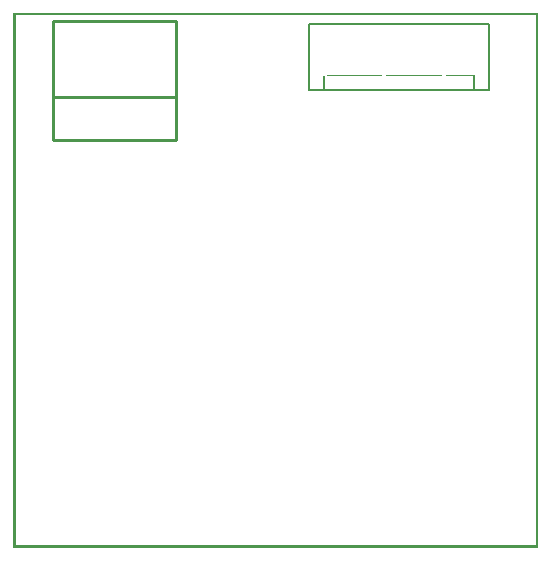
<source format=gbo>
G04 MADE WITH FRITZING*
G04 WWW.FRITZING.ORG*
G04 DOUBLE SIDED*
G04 HOLES PLATED*
G04 CONTOUR ON CENTER OF CONTOUR VECTOR*
%ASAXBY*%
%FSLAX23Y23*%
%MOIN*%
%OFA0B0*%
%SFA1.0B1.0*%
%ADD10C,0.010417*%
%ADD11C,0.005000*%
%ADD12R,0.001000X0.001000*%
%LNSILK0*%
G90*
G70*
G54D10*
X132Y1756D02*
X543Y1756D01*
D02*
X543Y1756D02*
X543Y1360D01*
D02*
X543Y1360D02*
X132Y1360D01*
D02*
X132Y1360D02*
X132Y1756D01*
D02*
X543Y1502D02*
X132Y1502D01*
G54D11*
D02*
X1587Y1745D02*
X1587Y1525D01*
D02*
X987Y1745D02*
X987Y1525D01*
D02*
X987Y1745D02*
X1587Y1745D01*
D02*
X987Y1525D02*
X1037Y1525D01*
D02*
X1037Y1525D02*
X1537Y1525D01*
D02*
X1537Y1525D02*
X1587Y1525D01*
D02*
X1537Y1525D02*
X1537Y1575D01*
G54D12*
X1Y1783D02*
X1751Y1783D01*
X1Y1782D02*
X1751Y1782D01*
X1Y1781D02*
X1751Y1781D01*
X1Y1780D02*
X1751Y1780D01*
X1Y1779D02*
X1751Y1779D01*
X1Y1778D02*
X1751Y1778D01*
X1Y1777D02*
X1751Y1777D01*
X1Y1776D02*
X1751Y1776D01*
X1Y1775D02*
X8Y1775D01*
X1744Y1775D02*
X1751Y1775D01*
X1Y1774D02*
X8Y1774D01*
X1744Y1774D02*
X1751Y1774D01*
X1Y1773D02*
X8Y1773D01*
X1744Y1773D02*
X1751Y1773D01*
X1Y1772D02*
X8Y1772D01*
X1744Y1772D02*
X1751Y1772D01*
X1Y1771D02*
X8Y1771D01*
X1744Y1771D02*
X1751Y1771D01*
X1Y1770D02*
X8Y1770D01*
X1744Y1770D02*
X1751Y1770D01*
X1Y1769D02*
X8Y1769D01*
X1744Y1769D02*
X1751Y1769D01*
X1Y1768D02*
X8Y1768D01*
X1744Y1768D02*
X1751Y1768D01*
X1Y1767D02*
X8Y1767D01*
X1744Y1767D02*
X1751Y1767D01*
X1Y1766D02*
X8Y1766D01*
X1744Y1766D02*
X1751Y1766D01*
X1Y1765D02*
X8Y1765D01*
X1744Y1765D02*
X1751Y1765D01*
X1Y1764D02*
X8Y1764D01*
X1744Y1764D02*
X1751Y1764D01*
X1Y1763D02*
X8Y1763D01*
X1744Y1763D02*
X1751Y1763D01*
X1Y1762D02*
X8Y1762D01*
X1744Y1762D02*
X1751Y1762D01*
X1Y1761D02*
X8Y1761D01*
X1744Y1761D02*
X1751Y1761D01*
X1Y1760D02*
X8Y1760D01*
X1744Y1760D02*
X1751Y1760D01*
X1Y1759D02*
X8Y1759D01*
X1744Y1759D02*
X1751Y1759D01*
X1Y1758D02*
X8Y1758D01*
X1744Y1758D02*
X1751Y1758D01*
X1Y1757D02*
X8Y1757D01*
X1744Y1757D02*
X1751Y1757D01*
X1Y1756D02*
X8Y1756D01*
X1744Y1756D02*
X1751Y1756D01*
X1Y1755D02*
X8Y1755D01*
X1744Y1755D02*
X1751Y1755D01*
X1Y1754D02*
X8Y1754D01*
X1744Y1754D02*
X1751Y1754D01*
X1Y1753D02*
X8Y1753D01*
X1744Y1753D02*
X1751Y1753D01*
X1Y1752D02*
X8Y1752D01*
X1744Y1752D02*
X1751Y1752D01*
X1Y1751D02*
X8Y1751D01*
X1744Y1751D02*
X1751Y1751D01*
X1Y1750D02*
X8Y1750D01*
X1744Y1750D02*
X1751Y1750D01*
X1Y1749D02*
X8Y1749D01*
X1744Y1749D02*
X1751Y1749D01*
X1Y1748D02*
X8Y1748D01*
X1744Y1748D02*
X1751Y1748D01*
X1Y1747D02*
X8Y1747D01*
X1744Y1747D02*
X1751Y1747D01*
X1Y1746D02*
X8Y1746D01*
X1744Y1746D02*
X1751Y1746D01*
X1Y1745D02*
X8Y1745D01*
X1744Y1745D02*
X1751Y1745D01*
X1Y1744D02*
X8Y1744D01*
X1744Y1744D02*
X1751Y1744D01*
X1Y1743D02*
X8Y1743D01*
X1744Y1743D02*
X1751Y1743D01*
X1Y1742D02*
X8Y1742D01*
X1744Y1742D02*
X1751Y1742D01*
X1Y1741D02*
X8Y1741D01*
X1744Y1741D02*
X1751Y1741D01*
X1Y1740D02*
X8Y1740D01*
X1744Y1740D02*
X1751Y1740D01*
X1Y1739D02*
X8Y1739D01*
X1744Y1739D02*
X1751Y1739D01*
X1Y1738D02*
X8Y1738D01*
X1744Y1738D02*
X1751Y1738D01*
X1Y1737D02*
X8Y1737D01*
X1744Y1737D02*
X1751Y1737D01*
X1Y1736D02*
X8Y1736D01*
X1744Y1736D02*
X1751Y1736D01*
X1Y1735D02*
X8Y1735D01*
X1744Y1735D02*
X1751Y1735D01*
X1Y1734D02*
X8Y1734D01*
X1744Y1734D02*
X1751Y1734D01*
X1Y1733D02*
X8Y1733D01*
X1744Y1733D02*
X1751Y1733D01*
X1Y1732D02*
X8Y1732D01*
X1744Y1732D02*
X1751Y1732D01*
X1Y1731D02*
X8Y1731D01*
X1744Y1731D02*
X1751Y1731D01*
X1Y1730D02*
X8Y1730D01*
X1744Y1730D02*
X1751Y1730D01*
X1Y1729D02*
X8Y1729D01*
X1744Y1729D02*
X1751Y1729D01*
X1Y1728D02*
X8Y1728D01*
X1744Y1728D02*
X1751Y1728D01*
X1Y1727D02*
X8Y1727D01*
X1744Y1727D02*
X1751Y1727D01*
X1Y1726D02*
X8Y1726D01*
X1744Y1726D02*
X1751Y1726D01*
X1Y1725D02*
X8Y1725D01*
X1744Y1725D02*
X1751Y1725D01*
X1Y1724D02*
X8Y1724D01*
X1744Y1724D02*
X1751Y1724D01*
X1Y1723D02*
X8Y1723D01*
X1744Y1723D02*
X1751Y1723D01*
X1Y1722D02*
X8Y1722D01*
X1744Y1722D02*
X1751Y1722D01*
X1Y1721D02*
X8Y1721D01*
X1744Y1721D02*
X1751Y1721D01*
X1Y1720D02*
X8Y1720D01*
X1744Y1720D02*
X1751Y1720D01*
X1Y1719D02*
X8Y1719D01*
X1744Y1719D02*
X1751Y1719D01*
X1Y1718D02*
X8Y1718D01*
X1744Y1718D02*
X1751Y1718D01*
X1Y1717D02*
X8Y1717D01*
X1744Y1717D02*
X1751Y1717D01*
X1Y1716D02*
X8Y1716D01*
X1744Y1716D02*
X1751Y1716D01*
X1Y1715D02*
X8Y1715D01*
X1744Y1715D02*
X1751Y1715D01*
X1Y1714D02*
X8Y1714D01*
X1744Y1714D02*
X1751Y1714D01*
X1Y1713D02*
X8Y1713D01*
X1744Y1713D02*
X1751Y1713D01*
X1Y1712D02*
X8Y1712D01*
X1744Y1712D02*
X1751Y1712D01*
X1Y1711D02*
X8Y1711D01*
X1744Y1711D02*
X1751Y1711D01*
X1Y1710D02*
X8Y1710D01*
X1744Y1710D02*
X1751Y1710D01*
X1Y1709D02*
X8Y1709D01*
X1744Y1709D02*
X1751Y1709D01*
X1Y1708D02*
X8Y1708D01*
X1744Y1708D02*
X1751Y1708D01*
X1Y1707D02*
X8Y1707D01*
X1744Y1707D02*
X1751Y1707D01*
X1Y1706D02*
X8Y1706D01*
X1744Y1706D02*
X1751Y1706D01*
X1Y1705D02*
X8Y1705D01*
X1744Y1705D02*
X1751Y1705D01*
X1Y1704D02*
X8Y1704D01*
X1744Y1704D02*
X1751Y1704D01*
X1Y1703D02*
X8Y1703D01*
X1744Y1703D02*
X1751Y1703D01*
X1Y1702D02*
X8Y1702D01*
X1744Y1702D02*
X1751Y1702D01*
X1Y1701D02*
X8Y1701D01*
X1744Y1701D02*
X1751Y1701D01*
X1Y1700D02*
X8Y1700D01*
X1744Y1700D02*
X1751Y1700D01*
X1Y1699D02*
X8Y1699D01*
X1744Y1699D02*
X1751Y1699D01*
X1Y1698D02*
X8Y1698D01*
X1744Y1698D02*
X1751Y1698D01*
X1Y1697D02*
X8Y1697D01*
X1744Y1697D02*
X1751Y1697D01*
X1Y1696D02*
X8Y1696D01*
X1744Y1696D02*
X1751Y1696D01*
X1Y1695D02*
X8Y1695D01*
X1744Y1695D02*
X1751Y1695D01*
X1Y1694D02*
X8Y1694D01*
X1744Y1694D02*
X1751Y1694D01*
X1Y1693D02*
X8Y1693D01*
X1744Y1693D02*
X1751Y1693D01*
X1Y1692D02*
X8Y1692D01*
X1744Y1692D02*
X1751Y1692D01*
X1Y1691D02*
X8Y1691D01*
X1744Y1691D02*
X1751Y1691D01*
X1Y1690D02*
X8Y1690D01*
X1744Y1690D02*
X1751Y1690D01*
X1Y1689D02*
X8Y1689D01*
X1744Y1689D02*
X1751Y1689D01*
X1Y1688D02*
X8Y1688D01*
X1744Y1688D02*
X1751Y1688D01*
X1Y1687D02*
X8Y1687D01*
X1744Y1687D02*
X1751Y1687D01*
X1Y1686D02*
X8Y1686D01*
X1744Y1686D02*
X1751Y1686D01*
X1Y1685D02*
X8Y1685D01*
X1744Y1685D02*
X1751Y1685D01*
X1Y1684D02*
X8Y1684D01*
X1744Y1684D02*
X1751Y1684D01*
X1Y1683D02*
X8Y1683D01*
X1744Y1683D02*
X1751Y1683D01*
X1Y1682D02*
X8Y1682D01*
X1744Y1682D02*
X1751Y1682D01*
X1Y1681D02*
X8Y1681D01*
X1744Y1681D02*
X1751Y1681D01*
X1Y1680D02*
X8Y1680D01*
X1744Y1680D02*
X1751Y1680D01*
X1Y1679D02*
X8Y1679D01*
X1744Y1679D02*
X1751Y1679D01*
X1Y1678D02*
X8Y1678D01*
X1744Y1678D02*
X1751Y1678D01*
X1Y1677D02*
X8Y1677D01*
X1744Y1677D02*
X1751Y1677D01*
X1Y1676D02*
X8Y1676D01*
X1744Y1676D02*
X1751Y1676D01*
X1Y1675D02*
X8Y1675D01*
X1744Y1675D02*
X1751Y1675D01*
X1Y1674D02*
X8Y1674D01*
X1744Y1674D02*
X1751Y1674D01*
X1Y1673D02*
X8Y1673D01*
X1744Y1673D02*
X1751Y1673D01*
X1Y1672D02*
X8Y1672D01*
X1744Y1672D02*
X1751Y1672D01*
X1Y1671D02*
X8Y1671D01*
X1744Y1671D02*
X1751Y1671D01*
X1Y1670D02*
X8Y1670D01*
X1744Y1670D02*
X1751Y1670D01*
X1Y1669D02*
X8Y1669D01*
X1744Y1669D02*
X1751Y1669D01*
X1Y1668D02*
X8Y1668D01*
X1744Y1668D02*
X1751Y1668D01*
X1Y1667D02*
X8Y1667D01*
X1744Y1667D02*
X1751Y1667D01*
X1Y1666D02*
X8Y1666D01*
X1744Y1666D02*
X1751Y1666D01*
X1Y1665D02*
X8Y1665D01*
X1744Y1665D02*
X1751Y1665D01*
X1Y1664D02*
X8Y1664D01*
X1744Y1664D02*
X1751Y1664D01*
X1Y1663D02*
X8Y1663D01*
X1744Y1663D02*
X1751Y1663D01*
X1Y1662D02*
X8Y1662D01*
X1744Y1662D02*
X1751Y1662D01*
X1Y1661D02*
X8Y1661D01*
X1744Y1661D02*
X1751Y1661D01*
X1Y1660D02*
X8Y1660D01*
X1744Y1660D02*
X1751Y1660D01*
X1Y1659D02*
X8Y1659D01*
X1744Y1659D02*
X1751Y1659D01*
X1Y1658D02*
X8Y1658D01*
X1744Y1658D02*
X1751Y1658D01*
X1Y1657D02*
X8Y1657D01*
X1744Y1657D02*
X1751Y1657D01*
X1Y1656D02*
X8Y1656D01*
X1744Y1656D02*
X1751Y1656D01*
X1Y1655D02*
X8Y1655D01*
X1744Y1655D02*
X1751Y1655D01*
X1Y1654D02*
X8Y1654D01*
X1744Y1654D02*
X1751Y1654D01*
X1Y1653D02*
X8Y1653D01*
X1744Y1653D02*
X1751Y1653D01*
X1Y1652D02*
X8Y1652D01*
X1744Y1652D02*
X1751Y1652D01*
X1Y1651D02*
X8Y1651D01*
X1744Y1651D02*
X1751Y1651D01*
X1Y1650D02*
X8Y1650D01*
X1744Y1650D02*
X1751Y1650D01*
X1Y1649D02*
X8Y1649D01*
X1744Y1649D02*
X1751Y1649D01*
X1Y1648D02*
X8Y1648D01*
X1744Y1648D02*
X1751Y1648D01*
X1Y1647D02*
X8Y1647D01*
X1744Y1647D02*
X1751Y1647D01*
X1Y1646D02*
X8Y1646D01*
X1744Y1646D02*
X1751Y1646D01*
X1Y1645D02*
X8Y1645D01*
X1744Y1645D02*
X1751Y1645D01*
X1Y1644D02*
X8Y1644D01*
X1744Y1644D02*
X1751Y1644D01*
X1Y1643D02*
X8Y1643D01*
X1744Y1643D02*
X1751Y1643D01*
X1Y1642D02*
X8Y1642D01*
X1744Y1642D02*
X1751Y1642D01*
X1Y1641D02*
X8Y1641D01*
X1744Y1641D02*
X1751Y1641D01*
X1Y1640D02*
X8Y1640D01*
X1744Y1640D02*
X1751Y1640D01*
X1Y1639D02*
X8Y1639D01*
X1744Y1639D02*
X1751Y1639D01*
X1Y1638D02*
X8Y1638D01*
X1744Y1638D02*
X1751Y1638D01*
X1Y1637D02*
X8Y1637D01*
X1744Y1637D02*
X1751Y1637D01*
X1Y1636D02*
X8Y1636D01*
X1744Y1636D02*
X1751Y1636D01*
X1Y1635D02*
X8Y1635D01*
X1744Y1635D02*
X1751Y1635D01*
X1Y1634D02*
X8Y1634D01*
X1744Y1634D02*
X1751Y1634D01*
X1Y1633D02*
X8Y1633D01*
X1744Y1633D02*
X1751Y1633D01*
X1Y1632D02*
X8Y1632D01*
X1744Y1632D02*
X1751Y1632D01*
X1Y1631D02*
X8Y1631D01*
X1744Y1631D02*
X1751Y1631D01*
X1Y1630D02*
X8Y1630D01*
X1744Y1630D02*
X1751Y1630D01*
X1Y1629D02*
X8Y1629D01*
X1744Y1629D02*
X1751Y1629D01*
X1Y1628D02*
X8Y1628D01*
X1744Y1628D02*
X1751Y1628D01*
X1Y1627D02*
X8Y1627D01*
X1744Y1627D02*
X1751Y1627D01*
X1Y1626D02*
X8Y1626D01*
X1744Y1626D02*
X1751Y1626D01*
X1Y1625D02*
X8Y1625D01*
X1744Y1625D02*
X1751Y1625D01*
X1Y1624D02*
X8Y1624D01*
X1744Y1624D02*
X1751Y1624D01*
X1Y1623D02*
X8Y1623D01*
X1744Y1623D02*
X1751Y1623D01*
X1Y1622D02*
X8Y1622D01*
X1744Y1622D02*
X1751Y1622D01*
X1Y1621D02*
X8Y1621D01*
X1744Y1621D02*
X1751Y1621D01*
X1Y1620D02*
X8Y1620D01*
X1744Y1620D02*
X1751Y1620D01*
X1Y1619D02*
X8Y1619D01*
X1744Y1619D02*
X1751Y1619D01*
X1Y1618D02*
X8Y1618D01*
X1744Y1618D02*
X1751Y1618D01*
X1Y1617D02*
X8Y1617D01*
X1744Y1617D02*
X1751Y1617D01*
X1Y1616D02*
X8Y1616D01*
X1744Y1616D02*
X1751Y1616D01*
X1Y1615D02*
X8Y1615D01*
X1744Y1615D02*
X1751Y1615D01*
X1Y1614D02*
X8Y1614D01*
X1744Y1614D02*
X1751Y1614D01*
X1Y1613D02*
X8Y1613D01*
X1744Y1613D02*
X1751Y1613D01*
X1Y1612D02*
X8Y1612D01*
X1744Y1612D02*
X1751Y1612D01*
X1Y1611D02*
X8Y1611D01*
X1744Y1611D02*
X1751Y1611D01*
X1Y1610D02*
X8Y1610D01*
X1744Y1610D02*
X1751Y1610D01*
X1Y1609D02*
X8Y1609D01*
X1744Y1609D02*
X1751Y1609D01*
X1Y1608D02*
X8Y1608D01*
X1744Y1608D02*
X1751Y1608D01*
X1Y1607D02*
X8Y1607D01*
X1744Y1607D02*
X1751Y1607D01*
X1Y1606D02*
X8Y1606D01*
X1744Y1606D02*
X1751Y1606D01*
X1Y1605D02*
X8Y1605D01*
X1744Y1605D02*
X1751Y1605D01*
X1Y1604D02*
X8Y1604D01*
X1744Y1604D02*
X1751Y1604D01*
X1Y1603D02*
X8Y1603D01*
X1744Y1603D02*
X1751Y1603D01*
X1Y1602D02*
X8Y1602D01*
X1744Y1602D02*
X1751Y1602D01*
X1Y1601D02*
X8Y1601D01*
X1744Y1601D02*
X1751Y1601D01*
X1Y1600D02*
X8Y1600D01*
X1744Y1600D02*
X1751Y1600D01*
X1Y1599D02*
X8Y1599D01*
X1744Y1599D02*
X1751Y1599D01*
X1Y1598D02*
X8Y1598D01*
X1744Y1598D02*
X1751Y1598D01*
X1Y1597D02*
X8Y1597D01*
X1744Y1597D02*
X1751Y1597D01*
X1Y1596D02*
X8Y1596D01*
X1744Y1596D02*
X1751Y1596D01*
X1Y1595D02*
X8Y1595D01*
X1744Y1595D02*
X1751Y1595D01*
X1Y1594D02*
X8Y1594D01*
X1744Y1594D02*
X1751Y1594D01*
X1Y1593D02*
X8Y1593D01*
X1744Y1593D02*
X1751Y1593D01*
X1Y1592D02*
X8Y1592D01*
X1744Y1592D02*
X1751Y1592D01*
X1Y1591D02*
X8Y1591D01*
X1744Y1591D02*
X1751Y1591D01*
X1Y1590D02*
X8Y1590D01*
X1744Y1590D02*
X1751Y1590D01*
X1Y1589D02*
X8Y1589D01*
X1744Y1589D02*
X1751Y1589D01*
X1Y1588D02*
X8Y1588D01*
X1744Y1588D02*
X1751Y1588D01*
X1Y1587D02*
X8Y1587D01*
X1744Y1587D02*
X1751Y1587D01*
X1Y1586D02*
X8Y1586D01*
X1744Y1586D02*
X1751Y1586D01*
X1Y1585D02*
X8Y1585D01*
X1744Y1585D02*
X1751Y1585D01*
X1Y1584D02*
X8Y1584D01*
X1744Y1584D02*
X1751Y1584D01*
X1Y1583D02*
X8Y1583D01*
X1744Y1583D02*
X1751Y1583D01*
X1Y1582D02*
X8Y1582D01*
X1744Y1582D02*
X1751Y1582D01*
X1Y1581D02*
X8Y1581D01*
X1744Y1581D02*
X1751Y1581D01*
X1Y1580D02*
X8Y1580D01*
X1744Y1580D02*
X1751Y1580D01*
X1Y1579D02*
X8Y1579D01*
X1744Y1579D02*
X1751Y1579D01*
X1Y1578D02*
X8Y1578D01*
X1744Y1578D02*
X1751Y1578D01*
X1Y1577D02*
X8Y1577D01*
X1055Y1577D02*
X1219Y1577D01*
X1255Y1577D02*
X1419Y1577D01*
X1455Y1577D02*
X1538Y1577D01*
X1744Y1577D02*
X1751Y1577D01*
X1Y1576D02*
X8Y1576D01*
X1053Y1576D02*
X1221Y1576D01*
X1252Y1576D02*
X1421Y1576D01*
X1452Y1576D02*
X1538Y1576D01*
X1744Y1576D02*
X1751Y1576D01*
X1Y1575D02*
X8Y1575D01*
X1050Y1575D02*
X1224Y1575D01*
X1250Y1575D02*
X1424Y1575D01*
X1449Y1575D02*
X1539Y1575D01*
X1744Y1575D02*
X1751Y1575D01*
X1Y1574D02*
X8Y1574D01*
X1046Y1574D02*
X1228Y1574D01*
X1245Y1574D02*
X1428Y1574D01*
X1445Y1574D02*
X1538Y1574D01*
X1744Y1574D02*
X1751Y1574D01*
X1Y1573D02*
X8Y1573D01*
X1035Y1573D02*
X1537Y1573D01*
X1744Y1573D02*
X1751Y1573D01*
X1Y1572D02*
X8Y1572D01*
X1035Y1572D02*
X1039Y1572D01*
X1744Y1572D02*
X1751Y1572D01*
X1Y1571D02*
X8Y1571D01*
X1035Y1571D02*
X1039Y1571D01*
X1744Y1571D02*
X1751Y1571D01*
X1Y1570D02*
X8Y1570D01*
X1035Y1570D02*
X1039Y1570D01*
X1744Y1570D02*
X1751Y1570D01*
X1Y1569D02*
X8Y1569D01*
X1035Y1569D02*
X1039Y1569D01*
X1744Y1569D02*
X1751Y1569D01*
X1Y1568D02*
X8Y1568D01*
X1035Y1568D02*
X1039Y1568D01*
X1744Y1568D02*
X1751Y1568D01*
X1Y1567D02*
X8Y1567D01*
X1035Y1567D02*
X1039Y1567D01*
X1744Y1567D02*
X1751Y1567D01*
X1Y1566D02*
X8Y1566D01*
X1035Y1566D02*
X1039Y1566D01*
X1744Y1566D02*
X1751Y1566D01*
X1Y1565D02*
X8Y1565D01*
X1035Y1565D02*
X1039Y1565D01*
X1744Y1565D02*
X1751Y1565D01*
X1Y1564D02*
X8Y1564D01*
X1035Y1564D02*
X1039Y1564D01*
X1744Y1564D02*
X1751Y1564D01*
X1Y1563D02*
X8Y1563D01*
X1035Y1563D02*
X1039Y1563D01*
X1744Y1563D02*
X1751Y1563D01*
X1Y1562D02*
X8Y1562D01*
X1035Y1562D02*
X1039Y1562D01*
X1744Y1562D02*
X1751Y1562D01*
X1Y1561D02*
X8Y1561D01*
X1035Y1561D02*
X1039Y1561D01*
X1744Y1561D02*
X1751Y1561D01*
X1Y1560D02*
X8Y1560D01*
X1035Y1560D02*
X1039Y1560D01*
X1744Y1560D02*
X1751Y1560D01*
X1Y1559D02*
X8Y1559D01*
X1035Y1559D02*
X1039Y1559D01*
X1744Y1559D02*
X1751Y1559D01*
X1Y1558D02*
X8Y1558D01*
X1035Y1558D02*
X1039Y1558D01*
X1744Y1558D02*
X1751Y1558D01*
X1Y1557D02*
X8Y1557D01*
X1035Y1557D02*
X1039Y1557D01*
X1744Y1557D02*
X1751Y1557D01*
X1Y1556D02*
X8Y1556D01*
X1035Y1556D02*
X1039Y1556D01*
X1744Y1556D02*
X1751Y1556D01*
X1Y1555D02*
X8Y1555D01*
X1035Y1555D02*
X1039Y1555D01*
X1744Y1555D02*
X1751Y1555D01*
X1Y1554D02*
X8Y1554D01*
X1035Y1554D02*
X1039Y1554D01*
X1744Y1554D02*
X1751Y1554D01*
X1Y1553D02*
X8Y1553D01*
X1035Y1553D02*
X1039Y1553D01*
X1744Y1553D02*
X1751Y1553D01*
X1Y1552D02*
X8Y1552D01*
X1035Y1552D02*
X1039Y1552D01*
X1744Y1552D02*
X1751Y1552D01*
X1Y1551D02*
X8Y1551D01*
X1035Y1551D02*
X1039Y1551D01*
X1744Y1551D02*
X1751Y1551D01*
X1Y1550D02*
X8Y1550D01*
X1035Y1550D02*
X1039Y1550D01*
X1744Y1550D02*
X1751Y1550D01*
X1Y1549D02*
X8Y1549D01*
X1035Y1549D02*
X1039Y1549D01*
X1744Y1549D02*
X1751Y1549D01*
X1Y1548D02*
X8Y1548D01*
X1035Y1548D02*
X1039Y1548D01*
X1744Y1548D02*
X1751Y1548D01*
X1Y1547D02*
X8Y1547D01*
X1035Y1547D02*
X1039Y1547D01*
X1744Y1547D02*
X1751Y1547D01*
X1Y1546D02*
X8Y1546D01*
X1035Y1546D02*
X1039Y1546D01*
X1744Y1546D02*
X1751Y1546D01*
X1Y1545D02*
X8Y1545D01*
X1035Y1545D02*
X1039Y1545D01*
X1744Y1545D02*
X1751Y1545D01*
X1Y1544D02*
X8Y1544D01*
X1035Y1544D02*
X1039Y1544D01*
X1744Y1544D02*
X1751Y1544D01*
X1Y1543D02*
X8Y1543D01*
X1035Y1543D02*
X1039Y1543D01*
X1744Y1543D02*
X1751Y1543D01*
X1Y1542D02*
X8Y1542D01*
X1035Y1542D02*
X1039Y1542D01*
X1744Y1542D02*
X1751Y1542D01*
X1Y1541D02*
X8Y1541D01*
X1035Y1541D02*
X1039Y1541D01*
X1744Y1541D02*
X1751Y1541D01*
X1Y1540D02*
X8Y1540D01*
X1035Y1540D02*
X1039Y1540D01*
X1744Y1540D02*
X1751Y1540D01*
X1Y1539D02*
X8Y1539D01*
X1035Y1539D02*
X1039Y1539D01*
X1744Y1539D02*
X1751Y1539D01*
X1Y1538D02*
X8Y1538D01*
X1035Y1538D02*
X1039Y1538D01*
X1744Y1538D02*
X1751Y1538D01*
X1Y1537D02*
X8Y1537D01*
X1035Y1537D02*
X1039Y1537D01*
X1744Y1537D02*
X1751Y1537D01*
X1Y1536D02*
X8Y1536D01*
X1035Y1536D02*
X1039Y1536D01*
X1744Y1536D02*
X1751Y1536D01*
X1Y1535D02*
X8Y1535D01*
X1035Y1535D02*
X1039Y1535D01*
X1744Y1535D02*
X1751Y1535D01*
X1Y1534D02*
X8Y1534D01*
X1035Y1534D02*
X1039Y1534D01*
X1744Y1534D02*
X1751Y1534D01*
X1Y1533D02*
X8Y1533D01*
X1035Y1533D02*
X1039Y1533D01*
X1744Y1533D02*
X1751Y1533D01*
X1Y1532D02*
X8Y1532D01*
X1035Y1532D02*
X1039Y1532D01*
X1744Y1532D02*
X1751Y1532D01*
X1Y1531D02*
X8Y1531D01*
X1035Y1531D02*
X1039Y1531D01*
X1744Y1531D02*
X1751Y1531D01*
X1Y1530D02*
X8Y1530D01*
X1035Y1530D02*
X1039Y1530D01*
X1744Y1530D02*
X1751Y1530D01*
X1Y1529D02*
X8Y1529D01*
X1035Y1529D02*
X1039Y1529D01*
X1744Y1529D02*
X1751Y1529D01*
X1Y1528D02*
X8Y1528D01*
X1035Y1528D02*
X1039Y1528D01*
X1744Y1528D02*
X1751Y1528D01*
X1Y1527D02*
X8Y1527D01*
X1035Y1527D02*
X1039Y1527D01*
X1744Y1527D02*
X1751Y1527D01*
X1Y1526D02*
X8Y1526D01*
X1035Y1526D02*
X1039Y1526D01*
X1744Y1526D02*
X1751Y1526D01*
X1Y1525D02*
X8Y1525D01*
X1035Y1525D02*
X1039Y1525D01*
X1744Y1525D02*
X1751Y1525D01*
X1Y1524D02*
X8Y1524D01*
X1035Y1524D02*
X1039Y1524D01*
X1744Y1524D02*
X1751Y1524D01*
X1Y1523D02*
X8Y1523D01*
X1036Y1523D02*
X1038Y1523D01*
X1744Y1523D02*
X1751Y1523D01*
X1Y1522D02*
X8Y1522D01*
X1744Y1522D02*
X1751Y1522D01*
X1Y1521D02*
X8Y1521D01*
X1744Y1521D02*
X1751Y1521D01*
X1Y1520D02*
X8Y1520D01*
X1744Y1520D02*
X1751Y1520D01*
X1Y1519D02*
X8Y1519D01*
X1744Y1519D02*
X1751Y1519D01*
X1Y1518D02*
X8Y1518D01*
X1744Y1518D02*
X1751Y1518D01*
X1Y1517D02*
X8Y1517D01*
X1744Y1517D02*
X1751Y1517D01*
X1Y1516D02*
X8Y1516D01*
X1744Y1516D02*
X1751Y1516D01*
X1Y1515D02*
X8Y1515D01*
X1744Y1515D02*
X1751Y1515D01*
X1Y1514D02*
X8Y1514D01*
X1744Y1514D02*
X1751Y1514D01*
X1Y1513D02*
X8Y1513D01*
X1744Y1513D02*
X1751Y1513D01*
X1Y1512D02*
X8Y1512D01*
X1744Y1512D02*
X1751Y1512D01*
X1Y1511D02*
X8Y1511D01*
X1744Y1511D02*
X1751Y1511D01*
X1Y1510D02*
X8Y1510D01*
X1744Y1510D02*
X1751Y1510D01*
X1Y1509D02*
X8Y1509D01*
X1744Y1509D02*
X1751Y1509D01*
X1Y1508D02*
X8Y1508D01*
X1744Y1508D02*
X1751Y1508D01*
X1Y1507D02*
X8Y1507D01*
X1744Y1507D02*
X1751Y1507D01*
X1Y1506D02*
X8Y1506D01*
X1744Y1506D02*
X1751Y1506D01*
X1Y1505D02*
X8Y1505D01*
X1744Y1505D02*
X1751Y1505D01*
X1Y1504D02*
X8Y1504D01*
X1744Y1504D02*
X1751Y1504D01*
X1Y1503D02*
X8Y1503D01*
X1744Y1503D02*
X1751Y1503D01*
X1Y1502D02*
X8Y1502D01*
X1744Y1502D02*
X1751Y1502D01*
X1Y1501D02*
X8Y1501D01*
X1744Y1501D02*
X1751Y1501D01*
X1Y1500D02*
X8Y1500D01*
X1744Y1500D02*
X1751Y1500D01*
X1Y1499D02*
X8Y1499D01*
X1744Y1499D02*
X1751Y1499D01*
X1Y1498D02*
X8Y1498D01*
X1744Y1498D02*
X1751Y1498D01*
X1Y1497D02*
X8Y1497D01*
X1744Y1497D02*
X1751Y1497D01*
X1Y1496D02*
X8Y1496D01*
X1744Y1496D02*
X1751Y1496D01*
X1Y1495D02*
X8Y1495D01*
X1744Y1495D02*
X1751Y1495D01*
X1Y1494D02*
X8Y1494D01*
X1744Y1494D02*
X1751Y1494D01*
X1Y1493D02*
X8Y1493D01*
X1744Y1493D02*
X1751Y1493D01*
X1Y1492D02*
X8Y1492D01*
X1744Y1492D02*
X1751Y1492D01*
X1Y1491D02*
X8Y1491D01*
X1744Y1491D02*
X1751Y1491D01*
X1Y1490D02*
X8Y1490D01*
X1744Y1490D02*
X1751Y1490D01*
X1Y1489D02*
X8Y1489D01*
X1744Y1489D02*
X1751Y1489D01*
X1Y1488D02*
X8Y1488D01*
X1744Y1488D02*
X1751Y1488D01*
X1Y1487D02*
X8Y1487D01*
X1744Y1487D02*
X1751Y1487D01*
X1Y1486D02*
X8Y1486D01*
X1744Y1486D02*
X1751Y1486D01*
X1Y1485D02*
X8Y1485D01*
X1744Y1485D02*
X1751Y1485D01*
X1Y1484D02*
X8Y1484D01*
X1744Y1484D02*
X1751Y1484D01*
X1Y1483D02*
X8Y1483D01*
X1744Y1483D02*
X1751Y1483D01*
X1Y1482D02*
X8Y1482D01*
X1744Y1482D02*
X1751Y1482D01*
X1Y1481D02*
X8Y1481D01*
X1744Y1481D02*
X1751Y1481D01*
X1Y1480D02*
X8Y1480D01*
X1744Y1480D02*
X1751Y1480D01*
X1Y1479D02*
X8Y1479D01*
X1744Y1479D02*
X1751Y1479D01*
X1Y1478D02*
X8Y1478D01*
X1744Y1478D02*
X1751Y1478D01*
X1Y1477D02*
X8Y1477D01*
X1744Y1477D02*
X1751Y1477D01*
X1Y1476D02*
X8Y1476D01*
X1744Y1476D02*
X1751Y1476D01*
X1Y1475D02*
X8Y1475D01*
X1744Y1475D02*
X1751Y1475D01*
X1Y1474D02*
X8Y1474D01*
X1744Y1474D02*
X1751Y1474D01*
X1Y1473D02*
X8Y1473D01*
X1744Y1473D02*
X1751Y1473D01*
X1Y1472D02*
X8Y1472D01*
X1744Y1472D02*
X1751Y1472D01*
X1Y1471D02*
X8Y1471D01*
X1744Y1471D02*
X1751Y1471D01*
X1Y1470D02*
X8Y1470D01*
X1744Y1470D02*
X1751Y1470D01*
X1Y1469D02*
X8Y1469D01*
X1744Y1469D02*
X1751Y1469D01*
X1Y1468D02*
X8Y1468D01*
X1744Y1468D02*
X1751Y1468D01*
X1Y1467D02*
X8Y1467D01*
X1744Y1467D02*
X1751Y1467D01*
X1Y1466D02*
X8Y1466D01*
X1744Y1466D02*
X1751Y1466D01*
X1Y1465D02*
X8Y1465D01*
X1744Y1465D02*
X1751Y1465D01*
X1Y1464D02*
X8Y1464D01*
X1744Y1464D02*
X1751Y1464D01*
X1Y1463D02*
X8Y1463D01*
X1744Y1463D02*
X1751Y1463D01*
X1Y1462D02*
X8Y1462D01*
X1744Y1462D02*
X1751Y1462D01*
X1Y1461D02*
X8Y1461D01*
X1744Y1461D02*
X1751Y1461D01*
X1Y1460D02*
X8Y1460D01*
X1744Y1460D02*
X1751Y1460D01*
X1Y1459D02*
X8Y1459D01*
X1744Y1459D02*
X1751Y1459D01*
X1Y1458D02*
X8Y1458D01*
X1744Y1458D02*
X1751Y1458D01*
X1Y1457D02*
X8Y1457D01*
X1744Y1457D02*
X1751Y1457D01*
X1Y1456D02*
X8Y1456D01*
X1744Y1456D02*
X1751Y1456D01*
X1Y1455D02*
X8Y1455D01*
X1744Y1455D02*
X1751Y1455D01*
X1Y1454D02*
X8Y1454D01*
X1744Y1454D02*
X1751Y1454D01*
X1Y1453D02*
X8Y1453D01*
X1744Y1453D02*
X1751Y1453D01*
X1Y1452D02*
X8Y1452D01*
X1744Y1452D02*
X1751Y1452D01*
X1Y1451D02*
X8Y1451D01*
X1744Y1451D02*
X1751Y1451D01*
X1Y1450D02*
X8Y1450D01*
X1744Y1450D02*
X1751Y1450D01*
X1Y1449D02*
X8Y1449D01*
X1744Y1449D02*
X1751Y1449D01*
X1Y1448D02*
X8Y1448D01*
X1744Y1448D02*
X1751Y1448D01*
X1Y1447D02*
X8Y1447D01*
X1744Y1447D02*
X1751Y1447D01*
X1Y1446D02*
X8Y1446D01*
X1744Y1446D02*
X1751Y1446D01*
X1Y1445D02*
X8Y1445D01*
X1744Y1445D02*
X1751Y1445D01*
X1Y1444D02*
X8Y1444D01*
X1744Y1444D02*
X1751Y1444D01*
X1Y1443D02*
X8Y1443D01*
X1744Y1443D02*
X1751Y1443D01*
X1Y1442D02*
X8Y1442D01*
X1744Y1442D02*
X1751Y1442D01*
X1Y1441D02*
X8Y1441D01*
X1744Y1441D02*
X1751Y1441D01*
X1Y1440D02*
X8Y1440D01*
X1744Y1440D02*
X1751Y1440D01*
X1Y1439D02*
X8Y1439D01*
X1744Y1439D02*
X1751Y1439D01*
X1Y1438D02*
X8Y1438D01*
X1744Y1438D02*
X1751Y1438D01*
X1Y1437D02*
X8Y1437D01*
X1744Y1437D02*
X1751Y1437D01*
X1Y1436D02*
X8Y1436D01*
X1744Y1436D02*
X1751Y1436D01*
X1Y1435D02*
X8Y1435D01*
X1744Y1435D02*
X1751Y1435D01*
X1Y1434D02*
X8Y1434D01*
X1744Y1434D02*
X1751Y1434D01*
X1Y1433D02*
X8Y1433D01*
X1744Y1433D02*
X1751Y1433D01*
X1Y1432D02*
X8Y1432D01*
X1744Y1432D02*
X1751Y1432D01*
X1Y1431D02*
X8Y1431D01*
X1744Y1431D02*
X1751Y1431D01*
X1Y1430D02*
X8Y1430D01*
X1744Y1430D02*
X1751Y1430D01*
X1Y1429D02*
X8Y1429D01*
X1744Y1429D02*
X1751Y1429D01*
X1Y1428D02*
X8Y1428D01*
X1744Y1428D02*
X1751Y1428D01*
X1Y1427D02*
X8Y1427D01*
X1744Y1427D02*
X1751Y1427D01*
X1Y1426D02*
X8Y1426D01*
X1744Y1426D02*
X1751Y1426D01*
X1Y1425D02*
X8Y1425D01*
X1744Y1425D02*
X1751Y1425D01*
X1Y1424D02*
X8Y1424D01*
X1744Y1424D02*
X1751Y1424D01*
X1Y1423D02*
X8Y1423D01*
X1744Y1423D02*
X1751Y1423D01*
X1Y1422D02*
X8Y1422D01*
X1744Y1422D02*
X1751Y1422D01*
X1Y1421D02*
X8Y1421D01*
X1744Y1421D02*
X1751Y1421D01*
X1Y1420D02*
X8Y1420D01*
X1744Y1420D02*
X1751Y1420D01*
X1Y1419D02*
X8Y1419D01*
X1744Y1419D02*
X1751Y1419D01*
X1Y1418D02*
X8Y1418D01*
X1744Y1418D02*
X1751Y1418D01*
X1Y1417D02*
X8Y1417D01*
X1744Y1417D02*
X1751Y1417D01*
X1Y1416D02*
X8Y1416D01*
X1744Y1416D02*
X1751Y1416D01*
X1Y1415D02*
X8Y1415D01*
X1744Y1415D02*
X1751Y1415D01*
X1Y1414D02*
X8Y1414D01*
X1744Y1414D02*
X1751Y1414D01*
X1Y1413D02*
X8Y1413D01*
X1744Y1413D02*
X1751Y1413D01*
X1Y1412D02*
X8Y1412D01*
X1744Y1412D02*
X1751Y1412D01*
X1Y1411D02*
X8Y1411D01*
X1744Y1411D02*
X1751Y1411D01*
X1Y1410D02*
X8Y1410D01*
X1744Y1410D02*
X1751Y1410D01*
X1Y1409D02*
X8Y1409D01*
X1744Y1409D02*
X1751Y1409D01*
X1Y1408D02*
X8Y1408D01*
X1744Y1408D02*
X1751Y1408D01*
X1Y1407D02*
X8Y1407D01*
X1744Y1407D02*
X1751Y1407D01*
X1Y1406D02*
X8Y1406D01*
X1744Y1406D02*
X1751Y1406D01*
X1Y1405D02*
X8Y1405D01*
X1744Y1405D02*
X1751Y1405D01*
X1Y1404D02*
X8Y1404D01*
X1744Y1404D02*
X1751Y1404D01*
X1Y1403D02*
X8Y1403D01*
X1744Y1403D02*
X1751Y1403D01*
X1Y1402D02*
X8Y1402D01*
X1744Y1402D02*
X1751Y1402D01*
X1Y1401D02*
X8Y1401D01*
X1744Y1401D02*
X1751Y1401D01*
X1Y1400D02*
X8Y1400D01*
X1744Y1400D02*
X1751Y1400D01*
X1Y1399D02*
X8Y1399D01*
X1744Y1399D02*
X1751Y1399D01*
X1Y1398D02*
X8Y1398D01*
X1744Y1398D02*
X1751Y1398D01*
X1Y1397D02*
X8Y1397D01*
X1744Y1397D02*
X1751Y1397D01*
X1Y1396D02*
X8Y1396D01*
X1744Y1396D02*
X1751Y1396D01*
X1Y1395D02*
X8Y1395D01*
X1744Y1395D02*
X1751Y1395D01*
X1Y1394D02*
X8Y1394D01*
X1744Y1394D02*
X1751Y1394D01*
X1Y1393D02*
X8Y1393D01*
X1744Y1393D02*
X1751Y1393D01*
X1Y1392D02*
X8Y1392D01*
X1744Y1392D02*
X1751Y1392D01*
X1Y1391D02*
X8Y1391D01*
X1744Y1391D02*
X1751Y1391D01*
X1Y1390D02*
X8Y1390D01*
X1744Y1390D02*
X1751Y1390D01*
X1Y1389D02*
X8Y1389D01*
X1744Y1389D02*
X1751Y1389D01*
X1Y1388D02*
X8Y1388D01*
X1744Y1388D02*
X1751Y1388D01*
X1Y1387D02*
X8Y1387D01*
X1744Y1387D02*
X1751Y1387D01*
X1Y1386D02*
X8Y1386D01*
X1744Y1386D02*
X1751Y1386D01*
X1Y1385D02*
X8Y1385D01*
X1744Y1385D02*
X1751Y1385D01*
X1Y1384D02*
X8Y1384D01*
X1744Y1384D02*
X1751Y1384D01*
X1Y1383D02*
X8Y1383D01*
X1744Y1383D02*
X1751Y1383D01*
X1Y1382D02*
X8Y1382D01*
X1744Y1382D02*
X1751Y1382D01*
X1Y1381D02*
X8Y1381D01*
X1744Y1381D02*
X1751Y1381D01*
X1Y1380D02*
X8Y1380D01*
X1744Y1380D02*
X1751Y1380D01*
X1Y1379D02*
X8Y1379D01*
X1744Y1379D02*
X1751Y1379D01*
X1Y1378D02*
X8Y1378D01*
X1744Y1378D02*
X1751Y1378D01*
X1Y1377D02*
X8Y1377D01*
X1744Y1377D02*
X1751Y1377D01*
X1Y1376D02*
X8Y1376D01*
X1744Y1376D02*
X1751Y1376D01*
X1Y1375D02*
X8Y1375D01*
X1744Y1375D02*
X1751Y1375D01*
X1Y1374D02*
X8Y1374D01*
X1744Y1374D02*
X1751Y1374D01*
X1Y1373D02*
X8Y1373D01*
X1744Y1373D02*
X1751Y1373D01*
X1Y1372D02*
X8Y1372D01*
X1744Y1372D02*
X1751Y1372D01*
X1Y1371D02*
X8Y1371D01*
X1744Y1371D02*
X1751Y1371D01*
X1Y1370D02*
X8Y1370D01*
X1744Y1370D02*
X1751Y1370D01*
X1Y1369D02*
X8Y1369D01*
X1744Y1369D02*
X1751Y1369D01*
X1Y1368D02*
X8Y1368D01*
X1744Y1368D02*
X1751Y1368D01*
X1Y1367D02*
X8Y1367D01*
X1744Y1367D02*
X1751Y1367D01*
X1Y1366D02*
X8Y1366D01*
X1744Y1366D02*
X1751Y1366D01*
X1Y1365D02*
X8Y1365D01*
X1744Y1365D02*
X1751Y1365D01*
X1Y1364D02*
X8Y1364D01*
X1744Y1364D02*
X1751Y1364D01*
X1Y1363D02*
X8Y1363D01*
X1744Y1363D02*
X1751Y1363D01*
X1Y1362D02*
X8Y1362D01*
X1744Y1362D02*
X1751Y1362D01*
X1Y1361D02*
X8Y1361D01*
X1744Y1361D02*
X1751Y1361D01*
X1Y1360D02*
X8Y1360D01*
X1744Y1360D02*
X1751Y1360D01*
X1Y1359D02*
X8Y1359D01*
X1744Y1359D02*
X1751Y1359D01*
X1Y1358D02*
X8Y1358D01*
X1744Y1358D02*
X1751Y1358D01*
X1Y1357D02*
X8Y1357D01*
X1744Y1357D02*
X1751Y1357D01*
X1Y1356D02*
X8Y1356D01*
X1744Y1356D02*
X1751Y1356D01*
X1Y1355D02*
X8Y1355D01*
X1744Y1355D02*
X1751Y1355D01*
X1Y1354D02*
X8Y1354D01*
X1744Y1354D02*
X1751Y1354D01*
X1Y1353D02*
X8Y1353D01*
X1744Y1353D02*
X1751Y1353D01*
X1Y1352D02*
X8Y1352D01*
X1744Y1352D02*
X1751Y1352D01*
X1Y1351D02*
X8Y1351D01*
X1744Y1351D02*
X1751Y1351D01*
X1Y1350D02*
X8Y1350D01*
X1744Y1350D02*
X1751Y1350D01*
X1Y1349D02*
X8Y1349D01*
X1744Y1349D02*
X1751Y1349D01*
X1Y1348D02*
X8Y1348D01*
X1744Y1348D02*
X1751Y1348D01*
X1Y1347D02*
X8Y1347D01*
X1744Y1347D02*
X1751Y1347D01*
X1Y1346D02*
X8Y1346D01*
X1744Y1346D02*
X1751Y1346D01*
X1Y1345D02*
X8Y1345D01*
X1744Y1345D02*
X1751Y1345D01*
X1Y1344D02*
X8Y1344D01*
X1744Y1344D02*
X1751Y1344D01*
X1Y1343D02*
X8Y1343D01*
X1744Y1343D02*
X1751Y1343D01*
X1Y1342D02*
X8Y1342D01*
X1744Y1342D02*
X1751Y1342D01*
X1Y1341D02*
X8Y1341D01*
X1744Y1341D02*
X1751Y1341D01*
X1Y1340D02*
X8Y1340D01*
X1744Y1340D02*
X1751Y1340D01*
X1Y1339D02*
X8Y1339D01*
X1744Y1339D02*
X1751Y1339D01*
X1Y1338D02*
X8Y1338D01*
X1744Y1338D02*
X1751Y1338D01*
X1Y1337D02*
X8Y1337D01*
X1744Y1337D02*
X1751Y1337D01*
X1Y1336D02*
X8Y1336D01*
X1744Y1336D02*
X1751Y1336D01*
X1Y1335D02*
X8Y1335D01*
X1744Y1335D02*
X1751Y1335D01*
X1Y1334D02*
X8Y1334D01*
X1744Y1334D02*
X1751Y1334D01*
X1Y1333D02*
X8Y1333D01*
X1744Y1333D02*
X1751Y1333D01*
X1Y1332D02*
X8Y1332D01*
X1744Y1332D02*
X1751Y1332D01*
X1Y1331D02*
X8Y1331D01*
X1744Y1331D02*
X1751Y1331D01*
X1Y1330D02*
X8Y1330D01*
X1744Y1330D02*
X1751Y1330D01*
X1Y1329D02*
X8Y1329D01*
X1744Y1329D02*
X1751Y1329D01*
X1Y1328D02*
X8Y1328D01*
X1744Y1328D02*
X1751Y1328D01*
X1Y1327D02*
X8Y1327D01*
X1744Y1327D02*
X1751Y1327D01*
X1Y1326D02*
X8Y1326D01*
X1744Y1326D02*
X1751Y1326D01*
X1Y1325D02*
X8Y1325D01*
X1744Y1325D02*
X1751Y1325D01*
X1Y1324D02*
X8Y1324D01*
X1744Y1324D02*
X1751Y1324D01*
X1Y1323D02*
X8Y1323D01*
X1744Y1323D02*
X1751Y1323D01*
X1Y1322D02*
X8Y1322D01*
X1744Y1322D02*
X1751Y1322D01*
X1Y1321D02*
X8Y1321D01*
X1744Y1321D02*
X1751Y1321D01*
X1Y1320D02*
X8Y1320D01*
X1744Y1320D02*
X1751Y1320D01*
X1Y1319D02*
X8Y1319D01*
X1744Y1319D02*
X1751Y1319D01*
X1Y1318D02*
X8Y1318D01*
X1744Y1318D02*
X1751Y1318D01*
X1Y1317D02*
X8Y1317D01*
X1744Y1317D02*
X1751Y1317D01*
X1Y1316D02*
X8Y1316D01*
X1744Y1316D02*
X1751Y1316D01*
X1Y1315D02*
X8Y1315D01*
X1744Y1315D02*
X1751Y1315D01*
X1Y1314D02*
X8Y1314D01*
X1744Y1314D02*
X1751Y1314D01*
X1Y1313D02*
X8Y1313D01*
X1744Y1313D02*
X1751Y1313D01*
X1Y1312D02*
X8Y1312D01*
X1744Y1312D02*
X1751Y1312D01*
X1Y1311D02*
X8Y1311D01*
X1744Y1311D02*
X1751Y1311D01*
X1Y1310D02*
X8Y1310D01*
X1744Y1310D02*
X1751Y1310D01*
X1Y1309D02*
X8Y1309D01*
X1744Y1309D02*
X1751Y1309D01*
X1Y1308D02*
X8Y1308D01*
X1744Y1308D02*
X1751Y1308D01*
X1Y1307D02*
X8Y1307D01*
X1744Y1307D02*
X1751Y1307D01*
X1Y1306D02*
X8Y1306D01*
X1744Y1306D02*
X1751Y1306D01*
X1Y1305D02*
X8Y1305D01*
X1744Y1305D02*
X1751Y1305D01*
X1Y1304D02*
X8Y1304D01*
X1744Y1304D02*
X1751Y1304D01*
X1Y1303D02*
X8Y1303D01*
X1744Y1303D02*
X1751Y1303D01*
X1Y1302D02*
X8Y1302D01*
X1744Y1302D02*
X1751Y1302D01*
X1Y1301D02*
X8Y1301D01*
X1744Y1301D02*
X1751Y1301D01*
X1Y1300D02*
X8Y1300D01*
X1744Y1300D02*
X1751Y1300D01*
X1Y1299D02*
X8Y1299D01*
X1744Y1299D02*
X1751Y1299D01*
X1Y1298D02*
X8Y1298D01*
X1744Y1298D02*
X1751Y1298D01*
X1Y1297D02*
X8Y1297D01*
X1744Y1297D02*
X1751Y1297D01*
X1Y1296D02*
X8Y1296D01*
X1744Y1296D02*
X1751Y1296D01*
X1Y1295D02*
X8Y1295D01*
X1744Y1295D02*
X1751Y1295D01*
X1Y1294D02*
X8Y1294D01*
X1744Y1294D02*
X1751Y1294D01*
X1Y1293D02*
X8Y1293D01*
X1744Y1293D02*
X1751Y1293D01*
X1Y1292D02*
X8Y1292D01*
X1744Y1292D02*
X1751Y1292D01*
X1Y1291D02*
X8Y1291D01*
X1744Y1291D02*
X1751Y1291D01*
X1Y1290D02*
X8Y1290D01*
X1744Y1290D02*
X1751Y1290D01*
X1Y1289D02*
X8Y1289D01*
X1744Y1289D02*
X1751Y1289D01*
X1Y1288D02*
X8Y1288D01*
X1744Y1288D02*
X1751Y1288D01*
X1Y1287D02*
X8Y1287D01*
X1744Y1287D02*
X1751Y1287D01*
X1Y1286D02*
X8Y1286D01*
X1744Y1286D02*
X1751Y1286D01*
X1Y1285D02*
X8Y1285D01*
X1744Y1285D02*
X1751Y1285D01*
X1Y1284D02*
X8Y1284D01*
X1744Y1284D02*
X1751Y1284D01*
X1Y1283D02*
X8Y1283D01*
X1744Y1283D02*
X1751Y1283D01*
X1Y1282D02*
X8Y1282D01*
X1744Y1282D02*
X1751Y1282D01*
X1Y1281D02*
X8Y1281D01*
X1744Y1281D02*
X1751Y1281D01*
X1Y1280D02*
X8Y1280D01*
X1744Y1280D02*
X1751Y1280D01*
X1Y1279D02*
X8Y1279D01*
X1744Y1279D02*
X1751Y1279D01*
X1Y1278D02*
X8Y1278D01*
X1744Y1278D02*
X1751Y1278D01*
X1Y1277D02*
X8Y1277D01*
X1744Y1277D02*
X1751Y1277D01*
X1Y1276D02*
X8Y1276D01*
X1744Y1276D02*
X1751Y1276D01*
X1Y1275D02*
X8Y1275D01*
X1744Y1275D02*
X1751Y1275D01*
X1Y1274D02*
X8Y1274D01*
X1744Y1274D02*
X1751Y1274D01*
X1Y1273D02*
X8Y1273D01*
X1744Y1273D02*
X1751Y1273D01*
X1Y1272D02*
X8Y1272D01*
X1744Y1272D02*
X1751Y1272D01*
X1Y1271D02*
X8Y1271D01*
X1744Y1271D02*
X1751Y1271D01*
X1Y1270D02*
X8Y1270D01*
X1744Y1270D02*
X1751Y1270D01*
X1Y1269D02*
X8Y1269D01*
X1744Y1269D02*
X1751Y1269D01*
X1Y1268D02*
X8Y1268D01*
X1744Y1268D02*
X1751Y1268D01*
X1Y1267D02*
X8Y1267D01*
X1744Y1267D02*
X1751Y1267D01*
X1Y1266D02*
X8Y1266D01*
X1744Y1266D02*
X1751Y1266D01*
X1Y1265D02*
X8Y1265D01*
X1744Y1265D02*
X1751Y1265D01*
X1Y1264D02*
X8Y1264D01*
X1744Y1264D02*
X1751Y1264D01*
X1Y1263D02*
X8Y1263D01*
X1744Y1263D02*
X1751Y1263D01*
X1Y1262D02*
X8Y1262D01*
X1744Y1262D02*
X1751Y1262D01*
X1Y1261D02*
X8Y1261D01*
X1744Y1261D02*
X1751Y1261D01*
X1Y1260D02*
X8Y1260D01*
X1744Y1260D02*
X1751Y1260D01*
X1Y1259D02*
X8Y1259D01*
X1744Y1259D02*
X1751Y1259D01*
X1Y1258D02*
X8Y1258D01*
X1744Y1258D02*
X1751Y1258D01*
X1Y1257D02*
X8Y1257D01*
X1744Y1257D02*
X1751Y1257D01*
X1Y1256D02*
X8Y1256D01*
X1744Y1256D02*
X1751Y1256D01*
X1Y1255D02*
X8Y1255D01*
X1744Y1255D02*
X1751Y1255D01*
X1Y1254D02*
X8Y1254D01*
X1744Y1254D02*
X1751Y1254D01*
X1Y1253D02*
X8Y1253D01*
X1744Y1253D02*
X1751Y1253D01*
X1Y1252D02*
X8Y1252D01*
X1744Y1252D02*
X1751Y1252D01*
X1Y1251D02*
X8Y1251D01*
X1744Y1251D02*
X1751Y1251D01*
X1Y1250D02*
X8Y1250D01*
X1744Y1250D02*
X1751Y1250D01*
X1Y1249D02*
X8Y1249D01*
X1744Y1249D02*
X1751Y1249D01*
X1Y1248D02*
X8Y1248D01*
X1744Y1248D02*
X1751Y1248D01*
X1Y1247D02*
X8Y1247D01*
X1744Y1247D02*
X1751Y1247D01*
X1Y1246D02*
X8Y1246D01*
X1744Y1246D02*
X1751Y1246D01*
X1Y1245D02*
X8Y1245D01*
X1744Y1245D02*
X1751Y1245D01*
X1Y1244D02*
X8Y1244D01*
X1744Y1244D02*
X1751Y1244D01*
X1Y1243D02*
X8Y1243D01*
X1744Y1243D02*
X1751Y1243D01*
X1Y1242D02*
X8Y1242D01*
X1744Y1242D02*
X1751Y1242D01*
X1Y1241D02*
X8Y1241D01*
X1744Y1241D02*
X1751Y1241D01*
X1Y1240D02*
X8Y1240D01*
X1744Y1240D02*
X1751Y1240D01*
X1Y1239D02*
X8Y1239D01*
X1744Y1239D02*
X1751Y1239D01*
X1Y1238D02*
X8Y1238D01*
X1744Y1238D02*
X1751Y1238D01*
X1Y1237D02*
X8Y1237D01*
X1744Y1237D02*
X1751Y1237D01*
X1Y1236D02*
X8Y1236D01*
X1744Y1236D02*
X1751Y1236D01*
X1Y1235D02*
X8Y1235D01*
X1744Y1235D02*
X1751Y1235D01*
X1Y1234D02*
X8Y1234D01*
X1744Y1234D02*
X1751Y1234D01*
X1Y1233D02*
X8Y1233D01*
X1744Y1233D02*
X1751Y1233D01*
X1Y1232D02*
X8Y1232D01*
X1744Y1232D02*
X1751Y1232D01*
X1Y1231D02*
X8Y1231D01*
X1744Y1231D02*
X1751Y1231D01*
X1Y1230D02*
X8Y1230D01*
X1744Y1230D02*
X1751Y1230D01*
X1Y1229D02*
X8Y1229D01*
X1744Y1229D02*
X1751Y1229D01*
X1Y1228D02*
X8Y1228D01*
X1744Y1228D02*
X1751Y1228D01*
X1Y1227D02*
X8Y1227D01*
X1744Y1227D02*
X1751Y1227D01*
X1Y1226D02*
X8Y1226D01*
X1744Y1226D02*
X1751Y1226D01*
X1Y1225D02*
X8Y1225D01*
X1744Y1225D02*
X1751Y1225D01*
X1Y1224D02*
X8Y1224D01*
X1744Y1224D02*
X1751Y1224D01*
X1Y1223D02*
X8Y1223D01*
X1744Y1223D02*
X1751Y1223D01*
X1Y1222D02*
X8Y1222D01*
X1744Y1222D02*
X1751Y1222D01*
X1Y1221D02*
X8Y1221D01*
X1744Y1221D02*
X1751Y1221D01*
X1Y1220D02*
X8Y1220D01*
X1744Y1220D02*
X1751Y1220D01*
X1Y1219D02*
X8Y1219D01*
X1744Y1219D02*
X1751Y1219D01*
X1Y1218D02*
X8Y1218D01*
X1744Y1218D02*
X1751Y1218D01*
X1Y1217D02*
X8Y1217D01*
X1744Y1217D02*
X1751Y1217D01*
X1Y1216D02*
X8Y1216D01*
X1744Y1216D02*
X1751Y1216D01*
X1Y1215D02*
X8Y1215D01*
X1744Y1215D02*
X1751Y1215D01*
X1Y1214D02*
X8Y1214D01*
X1744Y1214D02*
X1751Y1214D01*
X1Y1213D02*
X8Y1213D01*
X1744Y1213D02*
X1751Y1213D01*
X1Y1212D02*
X8Y1212D01*
X1744Y1212D02*
X1751Y1212D01*
X1Y1211D02*
X8Y1211D01*
X1744Y1211D02*
X1751Y1211D01*
X1Y1210D02*
X8Y1210D01*
X1744Y1210D02*
X1751Y1210D01*
X1Y1209D02*
X8Y1209D01*
X1744Y1209D02*
X1751Y1209D01*
X1Y1208D02*
X8Y1208D01*
X1744Y1208D02*
X1751Y1208D01*
X1Y1207D02*
X8Y1207D01*
X1744Y1207D02*
X1751Y1207D01*
X1Y1206D02*
X8Y1206D01*
X1744Y1206D02*
X1751Y1206D01*
X1Y1205D02*
X8Y1205D01*
X1744Y1205D02*
X1751Y1205D01*
X1Y1204D02*
X8Y1204D01*
X1744Y1204D02*
X1751Y1204D01*
X1Y1203D02*
X8Y1203D01*
X1744Y1203D02*
X1751Y1203D01*
X1Y1202D02*
X8Y1202D01*
X1744Y1202D02*
X1751Y1202D01*
X1Y1201D02*
X8Y1201D01*
X1744Y1201D02*
X1751Y1201D01*
X1Y1200D02*
X8Y1200D01*
X1744Y1200D02*
X1751Y1200D01*
X1Y1199D02*
X8Y1199D01*
X1744Y1199D02*
X1751Y1199D01*
X1Y1198D02*
X8Y1198D01*
X1744Y1198D02*
X1751Y1198D01*
X1Y1197D02*
X8Y1197D01*
X1744Y1197D02*
X1751Y1197D01*
X1Y1196D02*
X8Y1196D01*
X1744Y1196D02*
X1751Y1196D01*
X1Y1195D02*
X8Y1195D01*
X1744Y1195D02*
X1751Y1195D01*
X1Y1194D02*
X8Y1194D01*
X1744Y1194D02*
X1751Y1194D01*
X1Y1193D02*
X8Y1193D01*
X1744Y1193D02*
X1751Y1193D01*
X1Y1192D02*
X8Y1192D01*
X1744Y1192D02*
X1751Y1192D01*
X1Y1191D02*
X8Y1191D01*
X1744Y1191D02*
X1751Y1191D01*
X1Y1190D02*
X8Y1190D01*
X1744Y1190D02*
X1751Y1190D01*
X1Y1189D02*
X8Y1189D01*
X1744Y1189D02*
X1751Y1189D01*
X1Y1188D02*
X8Y1188D01*
X1744Y1188D02*
X1751Y1188D01*
X1Y1187D02*
X8Y1187D01*
X1744Y1187D02*
X1751Y1187D01*
X1Y1186D02*
X8Y1186D01*
X1744Y1186D02*
X1751Y1186D01*
X1Y1185D02*
X8Y1185D01*
X1744Y1185D02*
X1751Y1185D01*
X1Y1184D02*
X8Y1184D01*
X1744Y1184D02*
X1751Y1184D01*
X1Y1183D02*
X8Y1183D01*
X1744Y1183D02*
X1751Y1183D01*
X1Y1182D02*
X8Y1182D01*
X1744Y1182D02*
X1751Y1182D01*
X1Y1181D02*
X8Y1181D01*
X1744Y1181D02*
X1751Y1181D01*
X1Y1180D02*
X8Y1180D01*
X1744Y1180D02*
X1751Y1180D01*
X1Y1179D02*
X8Y1179D01*
X1744Y1179D02*
X1751Y1179D01*
X1Y1178D02*
X8Y1178D01*
X1744Y1178D02*
X1751Y1178D01*
X1Y1177D02*
X8Y1177D01*
X1744Y1177D02*
X1751Y1177D01*
X1Y1176D02*
X8Y1176D01*
X1744Y1176D02*
X1751Y1176D01*
X1Y1175D02*
X8Y1175D01*
X1744Y1175D02*
X1751Y1175D01*
X1Y1174D02*
X8Y1174D01*
X1744Y1174D02*
X1751Y1174D01*
X1Y1173D02*
X8Y1173D01*
X1744Y1173D02*
X1751Y1173D01*
X1Y1172D02*
X8Y1172D01*
X1744Y1172D02*
X1751Y1172D01*
X1Y1171D02*
X8Y1171D01*
X1744Y1171D02*
X1751Y1171D01*
X1Y1170D02*
X8Y1170D01*
X1744Y1170D02*
X1751Y1170D01*
X1Y1169D02*
X8Y1169D01*
X1744Y1169D02*
X1751Y1169D01*
X1Y1168D02*
X8Y1168D01*
X1744Y1168D02*
X1751Y1168D01*
X1Y1167D02*
X8Y1167D01*
X1744Y1167D02*
X1751Y1167D01*
X1Y1166D02*
X8Y1166D01*
X1744Y1166D02*
X1751Y1166D01*
X1Y1165D02*
X8Y1165D01*
X1744Y1165D02*
X1751Y1165D01*
X1Y1164D02*
X8Y1164D01*
X1744Y1164D02*
X1751Y1164D01*
X1Y1163D02*
X8Y1163D01*
X1744Y1163D02*
X1751Y1163D01*
X1Y1162D02*
X8Y1162D01*
X1744Y1162D02*
X1751Y1162D01*
X1Y1161D02*
X8Y1161D01*
X1744Y1161D02*
X1751Y1161D01*
X1Y1160D02*
X8Y1160D01*
X1744Y1160D02*
X1751Y1160D01*
X1Y1159D02*
X8Y1159D01*
X1744Y1159D02*
X1751Y1159D01*
X1Y1158D02*
X8Y1158D01*
X1744Y1158D02*
X1751Y1158D01*
X1Y1157D02*
X8Y1157D01*
X1744Y1157D02*
X1751Y1157D01*
X1Y1156D02*
X8Y1156D01*
X1744Y1156D02*
X1751Y1156D01*
X1Y1155D02*
X8Y1155D01*
X1744Y1155D02*
X1751Y1155D01*
X1Y1154D02*
X8Y1154D01*
X1744Y1154D02*
X1751Y1154D01*
X1Y1153D02*
X8Y1153D01*
X1744Y1153D02*
X1751Y1153D01*
X1Y1152D02*
X8Y1152D01*
X1744Y1152D02*
X1751Y1152D01*
X1Y1151D02*
X8Y1151D01*
X1744Y1151D02*
X1751Y1151D01*
X1Y1150D02*
X8Y1150D01*
X1744Y1150D02*
X1751Y1150D01*
X1Y1149D02*
X8Y1149D01*
X1744Y1149D02*
X1751Y1149D01*
X1Y1148D02*
X8Y1148D01*
X1744Y1148D02*
X1751Y1148D01*
X1Y1147D02*
X8Y1147D01*
X1744Y1147D02*
X1751Y1147D01*
X1Y1146D02*
X8Y1146D01*
X1744Y1146D02*
X1751Y1146D01*
X1Y1145D02*
X8Y1145D01*
X1744Y1145D02*
X1751Y1145D01*
X1Y1144D02*
X8Y1144D01*
X1744Y1144D02*
X1751Y1144D01*
X1Y1143D02*
X8Y1143D01*
X1744Y1143D02*
X1751Y1143D01*
X1Y1142D02*
X8Y1142D01*
X1744Y1142D02*
X1751Y1142D01*
X1Y1141D02*
X8Y1141D01*
X1744Y1141D02*
X1751Y1141D01*
X1Y1140D02*
X8Y1140D01*
X1744Y1140D02*
X1751Y1140D01*
X1Y1139D02*
X8Y1139D01*
X1744Y1139D02*
X1751Y1139D01*
X1Y1138D02*
X8Y1138D01*
X1744Y1138D02*
X1751Y1138D01*
X1Y1137D02*
X8Y1137D01*
X1744Y1137D02*
X1751Y1137D01*
X1Y1136D02*
X8Y1136D01*
X1744Y1136D02*
X1751Y1136D01*
X1Y1135D02*
X8Y1135D01*
X1744Y1135D02*
X1751Y1135D01*
X1Y1134D02*
X8Y1134D01*
X1744Y1134D02*
X1751Y1134D01*
X1Y1133D02*
X8Y1133D01*
X1744Y1133D02*
X1751Y1133D01*
X1Y1132D02*
X8Y1132D01*
X1744Y1132D02*
X1751Y1132D01*
X1Y1131D02*
X8Y1131D01*
X1744Y1131D02*
X1751Y1131D01*
X1Y1130D02*
X8Y1130D01*
X1744Y1130D02*
X1751Y1130D01*
X1Y1129D02*
X8Y1129D01*
X1744Y1129D02*
X1751Y1129D01*
X1Y1128D02*
X8Y1128D01*
X1744Y1128D02*
X1751Y1128D01*
X1Y1127D02*
X8Y1127D01*
X1744Y1127D02*
X1751Y1127D01*
X1Y1126D02*
X8Y1126D01*
X1744Y1126D02*
X1751Y1126D01*
X1Y1125D02*
X8Y1125D01*
X1744Y1125D02*
X1751Y1125D01*
X1Y1124D02*
X8Y1124D01*
X1744Y1124D02*
X1751Y1124D01*
X1Y1123D02*
X8Y1123D01*
X1744Y1123D02*
X1751Y1123D01*
X1Y1122D02*
X8Y1122D01*
X1744Y1122D02*
X1751Y1122D01*
X1Y1121D02*
X8Y1121D01*
X1744Y1121D02*
X1751Y1121D01*
X1Y1120D02*
X8Y1120D01*
X1744Y1120D02*
X1751Y1120D01*
X1Y1119D02*
X8Y1119D01*
X1744Y1119D02*
X1751Y1119D01*
X1Y1118D02*
X8Y1118D01*
X1744Y1118D02*
X1751Y1118D01*
X1Y1117D02*
X8Y1117D01*
X1744Y1117D02*
X1751Y1117D01*
X1Y1116D02*
X8Y1116D01*
X1744Y1116D02*
X1751Y1116D01*
X1Y1115D02*
X8Y1115D01*
X1744Y1115D02*
X1751Y1115D01*
X1Y1114D02*
X8Y1114D01*
X1744Y1114D02*
X1751Y1114D01*
X1Y1113D02*
X8Y1113D01*
X1744Y1113D02*
X1751Y1113D01*
X1Y1112D02*
X8Y1112D01*
X1744Y1112D02*
X1751Y1112D01*
X1Y1111D02*
X8Y1111D01*
X1744Y1111D02*
X1751Y1111D01*
X1Y1110D02*
X8Y1110D01*
X1744Y1110D02*
X1751Y1110D01*
X1Y1109D02*
X8Y1109D01*
X1744Y1109D02*
X1751Y1109D01*
X1Y1108D02*
X8Y1108D01*
X1744Y1108D02*
X1751Y1108D01*
X1Y1107D02*
X8Y1107D01*
X1744Y1107D02*
X1751Y1107D01*
X1Y1106D02*
X8Y1106D01*
X1744Y1106D02*
X1751Y1106D01*
X1Y1105D02*
X8Y1105D01*
X1744Y1105D02*
X1751Y1105D01*
X1Y1104D02*
X8Y1104D01*
X1744Y1104D02*
X1751Y1104D01*
X1Y1103D02*
X8Y1103D01*
X1744Y1103D02*
X1751Y1103D01*
X1Y1102D02*
X8Y1102D01*
X1744Y1102D02*
X1751Y1102D01*
X1Y1101D02*
X8Y1101D01*
X1744Y1101D02*
X1751Y1101D01*
X1Y1100D02*
X8Y1100D01*
X1744Y1100D02*
X1751Y1100D01*
X1Y1099D02*
X8Y1099D01*
X1744Y1099D02*
X1751Y1099D01*
X1Y1098D02*
X8Y1098D01*
X1744Y1098D02*
X1751Y1098D01*
X1Y1097D02*
X8Y1097D01*
X1744Y1097D02*
X1751Y1097D01*
X1Y1096D02*
X8Y1096D01*
X1744Y1096D02*
X1751Y1096D01*
X1Y1095D02*
X8Y1095D01*
X1744Y1095D02*
X1751Y1095D01*
X1Y1094D02*
X8Y1094D01*
X1744Y1094D02*
X1751Y1094D01*
X1Y1093D02*
X8Y1093D01*
X1744Y1093D02*
X1751Y1093D01*
X1Y1092D02*
X8Y1092D01*
X1744Y1092D02*
X1751Y1092D01*
X1Y1091D02*
X8Y1091D01*
X1744Y1091D02*
X1751Y1091D01*
X1Y1090D02*
X8Y1090D01*
X1744Y1090D02*
X1751Y1090D01*
X1Y1089D02*
X8Y1089D01*
X1744Y1089D02*
X1751Y1089D01*
X1Y1088D02*
X8Y1088D01*
X1744Y1088D02*
X1751Y1088D01*
X1Y1087D02*
X8Y1087D01*
X1744Y1087D02*
X1751Y1087D01*
X1Y1086D02*
X8Y1086D01*
X1744Y1086D02*
X1751Y1086D01*
X1Y1085D02*
X8Y1085D01*
X1744Y1085D02*
X1751Y1085D01*
X1Y1084D02*
X8Y1084D01*
X1744Y1084D02*
X1751Y1084D01*
X1Y1083D02*
X8Y1083D01*
X1744Y1083D02*
X1751Y1083D01*
X1Y1082D02*
X8Y1082D01*
X1744Y1082D02*
X1751Y1082D01*
X1Y1081D02*
X8Y1081D01*
X1744Y1081D02*
X1751Y1081D01*
X1Y1080D02*
X8Y1080D01*
X1744Y1080D02*
X1751Y1080D01*
X1Y1079D02*
X8Y1079D01*
X1744Y1079D02*
X1751Y1079D01*
X1Y1078D02*
X8Y1078D01*
X1744Y1078D02*
X1751Y1078D01*
X1Y1077D02*
X8Y1077D01*
X1744Y1077D02*
X1751Y1077D01*
X1Y1076D02*
X8Y1076D01*
X1744Y1076D02*
X1751Y1076D01*
X1Y1075D02*
X8Y1075D01*
X1744Y1075D02*
X1751Y1075D01*
X1Y1074D02*
X8Y1074D01*
X1744Y1074D02*
X1751Y1074D01*
X1Y1073D02*
X8Y1073D01*
X1744Y1073D02*
X1751Y1073D01*
X1Y1072D02*
X8Y1072D01*
X1744Y1072D02*
X1751Y1072D01*
X1Y1071D02*
X8Y1071D01*
X1744Y1071D02*
X1751Y1071D01*
X1Y1070D02*
X8Y1070D01*
X1744Y1070D02*
X1751Y1070D01*
X1Y1069D02*
X8Y1069D01*
X1744Y1069D02*
X1751Y1069D01*
X1Y1068D02*
X8Y1068D01*
X1744Y1068D02*
X1751Y1068D01*
X1Y1067D02*
X8Y1067D01*
X1744Y1067D02*
X1751Y1067D01*
X1Y1066D02*
X8Y1066D01*
X1744Y1066D02*
X1751Y1066D01*
X1Y1065D02*
X8Y1065D01*
X1744Y1065D02*
X1751Y1065D01*
X1Y1064D02*
X8Y1064D01*
X1744Y1064D02*
X1751Y1064D01*
X1Y1063D02*
X8Y1063D01*
X1744Y1063D02*
X1751Y1063D01*
X1Y1062D02*
X8Y1062D01*
X1744Y1062D02*
X1751Y1062D01*
X1Y1061D02*
X8Y1061D01*
X1744Y1061D02*
X1751Y1061D01*
X1Y1060D02*
X8Y1060D01*
X1744Y1060D02*
X1751Y1060D01*
X1Y1059D02*
X8Y1059D01*
X1744Y1059D02*
X1751Y1059D01*
X1Y1058D02*
X8Y1058D01*
X1744Y1058D02*
X1751Y1058D01*
X1Y1057D02*
X8Y1057D01*
X1744Y1057D02*
X1751Y1057D01*
X1Y1056D02*
X8Y1056D01*
X1744Y1056D02*
X1751Y1056D01*
X1Y1055D02*
X8Y1055D01*
X1744Y1055D02*
X1751Y1055D01*
X1Y1054D02*
X8Y1054D01*
X1744Y1054D02*
X1751Y1054D01*
X1Y1053D02*
X8Y1053D01*
X1744Y1053D02*
X1751Y1053D01*
X1Y1052D02*
X8Y1052D01*
X1744Y1052D02*
X1751Y1052D01*
X1Y1051D02*
X8Y1051D01*
X1744Y1051D02*
X1751Y1051D01*
X1Y1050D02*
X8Y1050D01*
X1744Y1050D02*
X1751Y1050D01*
X1Y1049D02*
X8Y1049D01*
X1744Y1049D02*
X1751Y1049D01*
X1Y1048D02*
X8Y1048D01*
X1744Y1048D02*
X1751Y1048D01*
X1Y1047D02*
X8Y1047D01*
X1744Y1047D02*
X1751Y1047D01*
X1Y1046D02*
X8Y1046D01*
X1744Y1046D02*
X1751Y1046D01*
X1Y1045D02*
X8Y1045D01*
X1744Y1045D02*
X1751Y1045D01*
X1Y1044D02*
X8Y1044D01*
X1744Y1044D02*
X1751Y1044D01*
X1Y1043D02*
X8Y1043D01*
X1744Y1043D02*
X1751Y1043D01*
X1Y1042D02*
X8Y1042D01*
X1744Y1042D02*
X1751Y1042D01*
X1Y1041D02*
X8Y1041D01*
X1744Y1041D02*
X1751Y1041D01*
X1Y1040D02*
X8Y1040D01*
X1744Y1040D02*
X1751Y1040D01*
X1Y1039D02*
X8Y1039D01*
X1744Y1039D02*
X1751Y1039D01*
X1Y1038D02*
X8Y1038D01*
X1744Y1038D02*
X1751Y1038D01*
X1Y1037D02*
X8Y1037D01*
X1744Y1037D02*
X1751Y1037D01*
X1Y1036D02*
X8Y1036D01*
X1744Y1036D02*
X1751Y1036D01*
X1Y1035D02*
X8Y1035D01*
X1744Y1035D02*
X1751Y1035D01*
X1Y1034D02*
X8Y1034D01*
X1744Y1034D02*
X1751Y1034D01*
X1Y1033D02*
X8Y1033D01*
X1744Y1033D02*
X1751Y1033D01*
X1Y1032D02*
X8Y1032D01*
X1744Y1032D02*
X1751Y1032D01*
X1Y1031D02*
X8Y1031D01*
X1744Y1031D02*
X1751Y1031D01*
X1Y1030D02*
X8Y1030D01*
X1744Y1030D02*
X1751Y1030D01*
X1Y1029D02*
X8Y1029D01*
X1744Y1029D02*
X1751Y1029D01*
X1Y1028D02*
X8Y1028D01*
X1744Y1028D02*
X1751Y1028D01*
X1Y1027D02*
X8Y1027D01*
X1744Y1027D02*
X1751Y1027D01*
X1Y1026D02*
X8Y1026D01*
X1744Y1026D02*
X1751Y1026D01*
X1Y1025D02*
X8Y1025D01*
X1744Y1025D02*
X1751Y1025D01*
X1Y1024D02*
X8Y1024D01*
X1744Y1024D02*
X1751Y1024D01*
X1Y1023D02*
X8Y1023D01*
X1744Y1023D02*
X1751Y1023D01*
X1Y1022D02*
X8Y1022D01*
X1744Y1022D02*
X1751Y1022D01*
X1Y1021D02*
X8Y1021D01*
X1744Y1021D02*
X1751Y1021D01*
X1Y1020D02*
X8Y1020D01*
X1744Y1020D02*
X1751Y1020D01*
X1Y1019D02*
X8Y1019D01*
X1744Y1019D02*
X1751Y1019D01*
X1Y1018D02*
X8Y1018D01*
X1744Y1018D02*
X1751Y1018D01*
X1Y1017D02*
X8Y1017D01*
X1744Y1017D02*
X1751Y1017D01*
X1Y1016D02*
X8Y1016D01*
X1744Y1016D02*
X1751Y1016D01*
X1Y1015D02*
X8Y1015D01*
X1744Y1015D02*
X1751Y1015D01*
X1Y1014D02*
X8Y1014D01*
X1744Y1014D02*
X1751Y1014D01*
X1Y1013D02*
X8Y1013D01*
X1744Y1013D02*
X1751Y1013D01*
X1Y1012D02*
X8Y1012D01*
X1744Y1012D02*
X1751Y1012D01*
X1Y1011D02*
X8Y1011D01*
X1744Y1011D02*
X1751Y1011D01*
X1Y1010D02*
X8Y1010D01*
X1744Y1010D02*
X1751Y1010D01*
X1Y1009D02*
X8Y1009D01*
X1744Y1009D02*
X1751Y1009D01*
X1Y1008D02*
X8Y1008D01*
X1744Y1008D02*
X1751Y1008D01*
X1Y1007D02*
X8Y1007D01*
X1744Y1007D02*
X1751Y1007D01*
X1Y1006D02*
X8Y1006D01*
X1744Y1006D02*
X1751Y1006D01*
X1Y1005D02*
X8Y1005D01*
X1744Y1005D02*
X1751Y1005D01*
X1Y1004D02*
X8Y1004D01*
X1744Y1004D02*
X1751Y1004D01*
X1Y1003D02*
X8Y1003D01*
X1744Y1003D02*
X1751Y1003D01*
X1Y1002D02*
X8Y1002D01*
X1744Y1002D02*
X1751Y1002D01*
X1Y1001D02*
X8Y1001D01*
X1744Y1001D02*
X1751Y1001D01*
X1Y1000D02*
X8Y1000D01*
X1744Y1000D02*
X1751Y1000D01*
X1Y999D02*
X8Y999D01*
X1744Y999D02*
X1751Y999D01*
X1Y998D02*
X8Y998D01*
X1744Y998D02*
X1751Y998D01*
X1Y997D02*
X8Y997D01*
X1744Y997D02*
X1751Y997D01*
X1Y996D02*
X8Y996D01*
X1744Y996D02*
X1751Y996D01*
X1Y995D02*
X8Y995D01*
X1744Y995D02*
X1751Y995D01*
X1Y994D02*
X8Y994D01*
X1744Y994D02*
X1751Y994D01*
X1Y993D02*
X8Y993D01*
X1744Y993D02*
X1751Y993D01*
X1Y992D02*
X8Y992D01*
X1744Y992D02*
X1751Y992D01*
X1Y991D02*
X8Y991D01*
X1744Y991D02*
X1751Y991D01*
X1Y990D02*
X8Y990D01*
X1744Y990D02*
X1751Y990D01*
X1Y989D02*
X8Y989D01*
X1744Y989D02*
X1751Y989D01*
X1Y988D02*
X8Y988D01*
X1744Y988D02*
X1751Y988D01*
X1Y987D02*
X8Y987D01*
X1744Y987D02*
X1751Y987D01*
X1Y986D02*
X8Y986D01*
X1744Y986D02*
X1751Y986D01*
X1Y985D02*
X8Y985D01*
X1744Y985D02*
X1751Y985D01*
X1Y984D02*
X8Y984D01*
X1744Y984D02*
X1751Y984D01*
X1Y983D02*
X8Y983D01*
X1744Y983D02*
X1751Y983D01*
X1Y982D02*
X8Y982D01*
X1744Y982D02*
X1751Y982D01*
X1Y981D02*
X8Y981D01*
X1744Y981D02*
X1751Y981D01*
X1Y980D02*
X8Y980D01*
X1744Y980D02*
X1751Y980D01*
X1Y979D02*
X8Y979D01*
X1744Y979D02*
X1751Y979D01*
X1Y978D02*
X8Y978D01*
X1744Y978D02*
X1751Y978D01*
X1Y977D02*
X8Y977D01*
X1744Y977D02*
X1751Y977D01*
X1Y976D02*
X8Y976D01*
X1744Y976D02*
X1751Y976D01*
X1Y975D02*
X8Y975D01*
X1744Y975D02*
X1751Y975D01*
X1Y974D02*
X8Y974D01*
X1744Y974D02*
X1751Y974D01*
X1Y973D02*
X8Y973D01*
X1744Y973D02*
X1751Y973D01*
X1Y972D02*
X8Y972D01*
X1744Y972D02*
X1751Y972D01*
X1Y971D02*
X8Y971D01*
X1744Y971D02*
X1751Y971D01*
X1Y970D02*
X8Y970D01*
X1744Y970D02*
X1751Y970D01*
X1Y969D02*
X8Y969D01*
X1744Y969D02*
X1751Y969D01*
X1Y968D02*
X8Y968D01*
X1744Y968D02*
X1751Y968D01*
X1Y967D02*
X8Y967D01*
X1744Y967D02*
X1751Y967D01*
X1Y966D02*
X8Y966D01*
X1744Y966D02*
X1751Y966D01*
X1Y965D02*
X8Y965D01*
X1744Y965D02*
X1751Y965D01*
X1Y964D02*
X8Y964D01*
X1744Y964D02*
X1751Y964D01*
X1Y963D02*
X8Y963D01*
X1744Y963D02*
X1751Y963D01*
X1Y962D02*
X8Y962D01*
X1744Y962D02*
X1751Y962D01*
X1Y961D02*
X8Y961D01*
X1744Y961D02*
X1751Y961D01*
X1Y960D02*
X8Y960D01*
X1744Y960D02*
X1751Y960D01*
X1Y959D02*
X8Y959D01*
X1744Y959D02*
X1751Y959D01*
X1Y958D02*
X8Y958D01*
X1744Y958D02*
X1751Y958D01*
X1Y957D02*
X8Y957D01*
X1744Y957D02*
X1751Y957D01*
X1Y956D02*
X8Y956D01*
X1744Y956D02*
X1751Y956D01*
X1Y955D02*
X8Y955D01*
X1744Y955D02*
X1751Y955D01*
X1Y954D02*
X8Y954D01*
X1744Y954D02*
X1751Y954D01*
X1Y953D02*
X8Y953D01*
X1744Y953D02*
X1751Y953D01*
X1Y952D02*
X8Y952D01*
X1744Y952D02*
X1751Y952D01*
X1Y951D02*
X8Y951D01*
X1744Y951D02*
X1751Y951D01*
X1Y950D02*
X8Y950D01*
X1744Y950D02*
X1751Y950D01*
X1Y949D02*
X8Y949D01*
X1744Y949D02*
X1751Y949D01*
X1Y948D02*
X8Y948D01*
X1744Y948D02*
X1751Y948D01*
X1Y947D02*
X8Y947D01*
X1744Y947D02*
X1751Y947D01*
X1Y946D02*
X8Y946D01*
X1744Y946D02*
X1751Y946D01*
X1Y945D02*
X8Y945D01*
X1744Y945D02*
X1751Y945D01*
X1Y944D02*
X8Y944D01*
X1744Y944D02*
X1751Y944D01*
X1Y943D02*
X8Y943D01*
X1744Y943D02*
X1751Y943D01*
X1Y942D02*
X8Y942D01*
X1744Y942D02*
X1751Y942D01*
X1Y941D02*
X8Y941D01*
X1744Y941D02*
X1751Y941D01*
X1Y940D02*
X8Y940D01*
X1744Y940D02*
X1751Y940D01*
X1Y939D02*
X8Y939D01*
X1744Y939D02*
X1751Y939D01*
X1Y938D02*
X8Y938D01*
X1744Y938D02*
X1751Y938D01*
X1Y937D02*
X8Y937D01*
X1744Y937D02*
X1751Y937D01*
X1Y936D02*
X8Y936D01*
X1744Y936D02*
X1751Y936D01*
X1Y935D02*
X8Y935D01*
X1744Y935D02*
X1751Y935D01*
X1Y934D02*
X8Y934D01*
X1744Y934D02*
X1751Y934D01*
X1Y933D02*
X8Y933D01*
X1744Y933D02*
X1751Y933D01*
X1Y932D02*
X8Y932D01*
X1744Y932D02*
X1751Y932D01*
X1Y931D02*
X8Y931D01*
X1744Y931D02*
X1751Y931D01*
X1Y930D02*
X8Y930D01*
X1744Y930D02*
X1751Y930D01*
X1Y929D02*
X8Y929D01*
X1744Y929D02*
X1751Y929D01*
X1Y928D02*
X8Y928D01*
X1744Y928D02*
X1751Y928D01*
X1Y927D02*
X8Y927D01*
X1744Y927D02*
X1751Y927D01*
X1Y926D02*
X8Y926D01*
X1744Y926D02*
X1751Y926D01*
X1Y925D02*
X8Y925D01*
X1744Y925D02*
X1751Y925D01*
X1Y924D02*
X8Y924D01*
X1744Y924D02*
X1751Y924D01*
X1Y923D02*
X8Y923D01*
X1744Y923D02*
X1751Y923D01*
X1Y922D02*
X8Y922D01*
X1744Y922D02*
X1751Y922D01*
X1Y921D02*
X8Y921D01*
X1744Y921D02*
X1751Y921D01*
X1Y920D02*
X8Y920D01*
X1744Y920D02*
X1751Y920D01*
X1Y919D02*
X8Y919D01*
X1744Y919D02*
X1751Y919D01*
X1Y918D02*
X8Y918D01*
X1744Y918D02*
X1751Y918D01*
X1Y917D02*
X8Y917D01*
X1744Y917D02*
X1751Y917D01*
X1Y916D02*
X8Y916D01*
X1744Y916D02*
X1751Y916D01*
X1Y915D02*
X8Y915D01*
X1744Y915D02*
X1751Y915D01*
X1Y914D02*
X8Y914D01*
X1744Y914D02*
X1751Y914D01*
X1Y913D02*
X8Y913D01*
X1744Y913D02*
X1751Y913D01*
X1Y912D02*
X8Y912D01*
X1744Y912D02*
X1751Y912D01*
X1Y911D02*
X8Y911D01*
X1744Y911D02*
X1751Y911D01*
X1Y910D02*
X8Y910D01*
X1744Y910D02*
X1751Y910D01*
X1Y909D02*
X8Y909D01*
X1744Y909D02*
X1751Y909D01*
X1Y908D02*
X8Y908D01*
X1744Y908D02*
X1751Y908D01*
X1Y907D02*
X8Y907D01*
X1744Y907D02*
X1751Y907D01*
X1Y906D02*
X8Y906D01*
X1744Y906D02*
X1751Y906D01*
X1Y905D02*
X8Y905D01*
X1744Y905D02*
X1751Y905D01*
X1Y904D02*
X8Y904D01*
X1744Y904D02*
X1751Y904D01*
X1Y903D02*
X8Y903D01*
X1744Y903D02*
X1751Y903D01*
X1Y902D02*
X8Y902D01*
X1744Y902D02*
X1751Y902D01*
X1Y901D02*
X8Y901D01*
X1744Y901D02*
X1751Y901D01*
X1Y900D02*
X8Y900D01*
X1744Y900D02*
X1751Y900D01*
X1Y899D02*
X8Y899D01*
X1744Y899D02*
X1751Y899D01*
X1Y898D02*
X8Y898D01*
X1744Y898D02*
X1751Y898D01*
X1Y897D02*
X8Y897D01*
X1744Y897D02*
X1751Y897D01*
X1Y896D02*
X8Y896D01*
X1744Y896D02*
X1751Y896D01*
X1Y895D02*
X8Y895D01*
X1744Y895D02*
X1751Y895D01*
X1Y894D02*
X8Y894D01*
X1744Y894D02*
X1751Y894D01*
X1Y893D02*
X8Y893D01*
X1744Y893D02*
X1751Y893D01*
X1Y892D02*
X8Y892D01*
X1744Y892D02*
X1751Y892D01*
X1Y891D02*
X8Y891D01*
X1744Y891D02*
X1751Y891D01*
X1Y890D02*
X8Y890D01*
X1744Y890D02*
X1751Y890D01*
X1Y889D02*
X8Y889D01*
X1744Y889D02*
X1751Y889D01*
X1Y888D02*
X8Y888D01*
X1744Y888D02*
X1751Y888D01*
X1Y887D02*
X8Y887D01*
X1744Y887D02*
X1751Y887D01*
X1Y886D02*
X8Y886D01*
X1744Y886D02*
X1751Y886D01*
X1Y885D02*
X8Y885D01*
X1744Y885D02*
X1751Y885D01*
X1Y884D02*
X8Y884D01*
X1744Y884D02*
X1751Y884D01*
X1Y883D02*
X8Y883D01*
X1744Y883D02*
X1751Y883D01*
X1Y882D02*
X8Y882D01*
X1744Y882D02*
X1751Y882D01*
X1Y881D02*
X8Y881D01*
X1744Y881D02*
X1751Y881D01*
X1Y880D02*
X8Y880D01*
X1744Y880D02*
X1751Y880D01*
X1Y879D02*
X8Y879D01*
X1744Y879D02*
X1751Y879D01*
X1Y878D02*
X8Y878D01*
X1744Y878D02*
X1751Y878D01*
X1Y877D02*
X8Y877D01*
X1744Y877D02*
X1751Y877D01*
X1Y876D02*
X8Y876D01*
X1744Y876D02*
X1751Y876D01*
X1Y875D02*
X8Y875D01*
X1744Y875D02*
X1751Y875D01*
X1Y874D02*
X8Y874D01*
X1744Y874D02*
X1751Y874D01*
X1Y873D02*
X8Y873D01*
X1744Y873D02*
X1751Y873D01*
X1Y872D02*
X8Y872D01*
X1744Y872D02*
X1751Y872D01*
X1Y871D02*
X8Y871D01*
X1744Y871D02*
X1751Y871D01*
X1Y870D02*
X8Y870D01*
X1744Y870D02*
X1751Y870D01*
X1Y869D02*
X8Y869D01*
X1744Y869D02*
X1751Y869D01*
X1Y868D02*
X8Y868D01*
X1744Y868D02*
X1751Y868D01*
X1Y867D02*
X8Y867D01*
X1744Y867D02*
X1751Y867D01*
X1Y866D02*
X8Y866D01*
X1744Y866D02*
X1751Y866D01*
X1Y865D02*
X8Y865D01*
X1744Y865D02*
X1751Y865D01*
X1Y864D02*
X8Y864D01*
X1744Y864D02*
X1751Y864D01*
X1Y863D02*
X8Y863D01*
X1744Y863D02*
X1751Y863D01*
X1Y862D02*
X8Y862D01*
X1744Y862D02*
X1751Y862D01*
X1Y861D02*
X8Y861D01*
X1744Y861D02*
X1751Y861D01*
X1Y860D02*
X8Y860D01*
X1744Y860D02*
X1751Y860D01*
X1Y859D02*
X8Y859D01*
X1744Y859D02*
X1751Y859D01*
X1Y858D02*
X8Y858D01*
X1744Y858D02*
X1751Y858D01*
X1Y857D02*
X8Y857D01*
X1744Y857D02*
X1751Y857D01*
X1Y856D02*
X8Y856D01*
X1744Y856D02*
X1751Y856D01*
X1Y855D02*
X8Y855D01*
X1744Y855D02*
X1751Y855D01*
X1Y854D02*
X8Y854D01*
X1744Y854D02*
X1751Y854D01*
X1Y853D02*
X8Y853D01*
X1744Y853D02*
X1751Y853D01*
X1Y852D02*
X8Y852D01*
X1744Y852D02*
X1751Y852D01*
X1Y851D02*
X8Y851D01*
X1744Y851D02*
X1751Y851D01*
X1Y850D02*
X8Y850D01*
X1744Y850D02*
X1751Y850D01*
X1Y849D02*
X8Y849D01*
X1744Y849D02*
X1751Y849D01*
X1Y848D02*
X8Y848D01*
X1744Y848D02*
X1751Y848D01*
X1Y847D02*
X8Y847D01*
X1744Y847D02*
X1751Y847D01*
X1Y846D02*
X8Y846D01*
X1744Y846D02*
X1751Y846D01*
X1Y845D02*
X8Y845D01*
X1744Y845D02*
X1751Y845D01*
X1Y844D02*
X8Y844D01*
X1744Y844D02*
X1751Y844D01*
X1Y843D02*
X8Y843D01*
X1744Y843D02*
X1751Y843D01*
X1Y842D02*
X8Y842D01*
X1744Y842D02*
X1751Y842D01*
X1Y841D02*
X8Y841D01*
X1744Y841D02*
X1751Y841D01*
X1Y840D02*
X8Y840D01*
X1744Y840D02*
X1751Y840D01*
X1Y839D02*
X8Y839D01*
X1744Y839D02*
X1751Y839D01*
X1Y838D02*
X8Y838D01*
X1744Y838D02*
X1751Y838D01*
X1Y837D02*
X8Y837D01*
X1744Y837D02*
X1751Y837D01*
X1Y836D02*
X8Y836D01*
X1744Y836D02*
X1751Y836D01*
X1Y835D02*
X8Y835D01*
X1744Y835D02*
X1751Y835D01*
X1Y834D02*
X8Y834D01*
X1744Y834D02*
X1751Y834D01*
X1Y833D02*
X8Y833D01*
X1744Y833D02*
X1751Y833D01*
X1Y832D02*
X8Y832D01*
X1744Y832D02*
X1751Y832D01*
X1Y831D02*
X8Y831D01*
X1744Y831D02*
X1751Y831D01*
X1Y830D02*
X8Y830D01*
X1744Y830D02*
X1751Y830D01*
X1Y829D02*
X8Y829D01*
X1744Y829D02*
X1751Y829D01*
X1Y828D02*
X8Y828D01*
X1744Y828D02*
X1751Y828D01*
X1Y827D02*
X8Y827D01*
X1744Y827D02*
X1751Y827D01*
X1Y826D02*
X8Y826D01*
X1744Y826D02*
X1751Y826D01*
X1Y825D02*
X8Y825D01*
X1744Y825D02*
X1751Y825D01*
X1Y824D02*
X8Y824D01*
X1744Y824D02*
X1751Y824D01*
X1Y823D02*
X8Y823D01*
X1744Y823D02*
X1751Y823D01*
X1Y822D02*
X8Y822D01*
X1744Y822D02*
X1751Y822D01*
X1Y821D02*
X8Y821D01*
X1744Y821D02*
X1751Y821D01*
X1Y820D02*
X8Y820D01*
X1744Y820D02*
X1751Y820D01*
X1Y819D02*
X8Y819D01*
X1744Y819D02*
X1751Y819D01*
X1Y818D02*
X8Y818D01*
X1744Y818D02*
X1751Y818D01*
X1Y817D02*
X8Y817D01*
X1744Y817D02*
X1751Y817D01*
X1Y816D02*
X8Y816D01*
X1744Y816D02*
X1751Y816D01*
X1Y815D02*
X8Y815D01*
X1744Y815D02*
X1751Y815D01*
X1Y814D02*
X8Y814D01*
X1744Y814D02*
X1751Y814D01*
X1Y813D02*
X8Y813D01*
X1744Y813D02*
X1751Y813D01*
X1Y812D02*
X8Y812D01*
X1744Y812D02*
X1751Y812D01*
X1Y811D02*
X8Y811D01*
X1744Y811D02*
X1751Y811D01*
X1Y810D02*
X8Y810D01*
X1744Y810D02*
X1751Y810D01*
X1Y809D02*
X8Y809D01*
X1744Y809D02*
X1751Y809D01*
X1Y808D02*
X8Y808D01*
X1744Y808D02*
X1751Y808D01*
X1Y807D02*
X8Y807D01*
X1744Y807D02*
X1751Y807D01*
X1Y806D02*
X8Y806D01*
X1744Y806D02*
X1751Y806D01*
X1Y805D02*
X8Y805D01*
X1744Y805D02*
X1751Y805D01*
X1Y804D02*
X8Y804D01*
X1744Y804D02*
X1751Y804D01*
X1Y803D02*
X8Y803D01*
X1744Y803D02*
X1751Y803D01*
X1Y802D02*
X8Y802D01*
X1744Y802D02*
X1751Y802D01*
X1Y801D02*
X8Y801D01*
X1744Y801D02*
X1751Y801D01*
X1Y800D02*
X8Y800D01*
X1744Y800D02*
X1751Y800D01*
X1Y799D02*
X8Y799D01*
X1744Y799D02*
X1751Y799D01*
X1Y798D02*
X8Y798D01*
X1744Y798D02*
X1751Y798D01*
X1Y797D02*
X8Y797D01*
X1744Y797D02*
X1751Y797D01*
X1Y796D02*
X8Y796D01*
X1744Y796D02*
X1751Y796D01*
X1Y795D02*
X8Y795D01*
X1744Y795D02*
X1751Y795D01*
X1Y794D02*
X8Y794D01*
X1744Y794D02*
X1751Y794D01*
X1Y793D02*
X8Y793D01*
X1744Y793D02*
X1751Y793D01*
X1Y792D02*
X8Y792D01*
X1744Y792D02*
X1751Y792D01*
X1Y791D02*
X8Y791D01*
X1744Y791D02*
X1751Y791D01*
X1Y790D02*
X8Y790D01*
X1744Y790D02*
X1751Y790D01*
X1Y789D02*
X8Y789D01*
X1744Y789D02*
X1751Y789D01*
X1Y788D02*
X8Y788D01*
X1744Y788D02*
X1751Y788D01*
X1Y787D02*
X8Y787D01*
X1744Y787D02*
X1751Y787D01*
X1Y786D02*
X8Y786D01*
X1744Y786D02*
X1751Y786D01*
X1Y785D02*
X8Y785D01*
X1744Y785D02*
X1751Y785D01*
X1Y784D02*
X8Y784D01*
X1744Y784D02*
X1751Y784D01*
X1Y783D02*
X8Y783D01*
X1744Y783D02*
X1751Y783D01*
X1Y782D02*
X8Y782D01*
X1744Y782D02*
X1751Y782D01*
X1Y781D02*
X8Y781D01*
X1744Y781D02*
X1751Y781D01*
X1Y780D02*
X8Y780D01*
X1744Y780D02*
X1751Y780D01*
X1Y779D02*
X8Y779D01*
X1744Y779D02*
X1751Y779D01*
X1Y778D02*
X8Y778D01*
X1744Y778D02*
X1751Y778D01*
X1Y777D02*
X8Y777D01*
X1744Y777D02*
X1751Y777D01*
X1Y776D02*
X8Y776D01*
X1744Y776D02*
X1751Y776D01*
X1Y775D02*
X8Y775D01*
X1744Y775D02*
X1751Y775D01*
X1Y774D02*
X8Y774D01*
X1744Y774D02*
X1751Y774D01*
X1Y773D02*
X8Y773D01*
X1744Y773D02*
X1751Y773D01*
X1Y772D02*
X8Y772D01*
X1744Y772D02*
X1751Y772D01*
X1Y771D02*
X8Y771D01*
X1744Y771D02*
X1751Y771D01*
X1Y770D02*
X8Y770D01*
X1744Y770D02*
X1751Y770D01*
X1Y769D02*
X8Y769D01*
X1744Y769D02*
X1751Y769D01*
X1Y768D02*
X8Y768D01*
X1744Y768D02*
X1751Y768D01*
X1Y767D02*
X8Y767D01*
X1744Y767D02*
X1751Y767D01*
X1Y766D02*
X8Y766D01*
X1744Y766D02*
X1751Y766D01*
X1Y765D02*
X8Y765D01*
X1744Y765D02*
X1751Y765D01*
X1Y764D02*
X8Y764D01*
X1744Y764D02*
X1751Y764D01*
X1Y763D02*
X8Y763D01*
X1744Y763D02*
X1751Y763D01*
X1Y762D02*
X8Y762D01*
X1744Y762D02*
X1751Y762D01*
X1Y761D02*
X8Y761D01*
X1744Y761D02*
X1751Y761D01*
X1Y760D02*
X8Y760D01*
X1744Y760D02*
X1751Y760D01*
X1Y759D02*
X8Y759D01*
X1744Y759D02*
X1751Y759D01*
X1Y758D02*
X8Y758D01*
X1744Y758D02*
X1751Y758D01*
X1Y757D02*
X8Y757D01*
X1744Y757D02*
X1751Y757D01*
X1Y756D02*
X8Y756D01*
X1744Y756D02*
X1751Y756D01*
X1Y755D02*
X8Y755D01*
X1744Y755D02*
X1751Y755D01*
X1Y754D02*
X8Y754D01*
X1744Y754D02*
X1751Y754D01*
X1Y753D02*
X8Y753D01*
X1744Y753D02*
X1751Y753D01*
X1Y752D02*
X8Y752D01*
X1744Y752D02*
X1751Y752D01*
X1Y751D02*
X8Y751D01*
X1744Y751D02*
X1751Y751D01*
X1Y750D02*
X8Y750D01*
X1744Y750D02*
X1751Y750D01*
X1Y749D02*
X8Y749D01*
X1744Y749D02*
X1751Y749D01*
X1Y748D02*
X8Y748D01*
X1744Y748D02*
X1751Y748D01*
X1Y747D02*
X8Y747D01*
X1744Y747D02*
X1751Y747D01*
X1Y746D02*
X8Y746D01*
X1744Y746D02*
X1751Y746D01*
X1Y745D02*
X8Y745D01*
X1744Y745D02*
X1751Y745D01*
X1Y744D02*
X8Y744D01*
X1744Y744D02*
X1751Y744D01*
X1Y743D02*
X8Y743D01*
X1744Y743D02*
X1751Y743D01*
X1Y742D02*
X8Y742D01*
X1744Y742D02*
X1751Y742D01*
X1Y741D02*
X8Y741D01*
X1744Y741D02*
X1751Y741D01*
X1Y740D02*
X8Y740D01*
X1744Y740D02*
X1751Y740D01*
X1Y739D02*
X8Y739D01*
X1744Y739D02*
X1751Y739D01*
X1Y738D02*
X8Y738D01*
X1744Y738D02*
X1751Y738D01*
X1Y737D02*
X8Y737D01*
X1744Y737D02*
X1751Y737D01*
X1Y736D02*
X8Y736D01*
X1744Y736D02*
X1751Y736D01*
X1Y735D02*
X8Y735D01*
X1744Y735D02*
X1751Y735D01*
X1Y734D02*
X8Y734D01*
X1744Y734D02*
X1751Y734D01*
X1Y733D02*
X8Y733D01*
X1744Y733D02*
X1751Y733D01*
X1Y732D02*
X8Y732D01*
X1744Y732D02*
X1751Y732D01*
X1Y731D02*
X8Y731D01*
X1744Y731D02*
X1751Y731D01*
X1Y730D02*
X8Y730D01*
X1744Y730D02*
X1751Y730D01*
X1Y729D02*
X8Y729D01*
X1744Y729D02*
X1751Y729D01*
X1Y728D02*
X8Y728D01*
X1744Y728D02*
X1751Y728D01*
X1Y727D02*
X8Y727D01*
X1744Y727D02*
X1751Y727D01*
X1Y726D02*
X8Y726D01*
X1744Y726D02*
X1751Y726D01*
X1Y725D02*
X8Y725D01*
X1744Y725D02*
X1751Y725D01*
X1Y724D02*
X8Y724D01*
X1744Y724D02*
X1751Y724D01*
X1Y723D02*
X8Y723D01*
X1744Y723D02*
X1751Y723D01*
X1Y722D02*
X8Y722D01*
X1744Y722D02*
X1751Y722D01*
X1Y721D02*
X8Y721D01*
X1744Y721D02*
X1751Y721D01*
X1Y720D02*
X8Y720D01*
X1744Y720D02*
X1751Y720D01*
X1Y719D02*
X8Y719D01*
X1744Y719D02*
X1751Y719D01*
X1Y718D02*
X8Y718D01*
X1744Y718D02*
X1751Y718D01*
X1Y717D02*
X8Y717D01*
X1744Y717D02*
X1751Y717D01*
X1Y716D02*
X8Y716D01*
X1744Y716D02*
X1751Y716D01*
X1Y715D02*
X8Y715D01*
X1744Y715D02*
X1751Y715D01*
X1Y714D02*
X8Y714D01*
X1744Y714D02*
X1751Y714D01*
X1Y713D02*
X8Y713D01*
X1744Y713D02*
X1751Y713D01*
X1Y712D02*
X8Y712D01*
X1744Y712D02*
X1751Y712D01*
X1Y711D02*
X8Y711D01*
X1744Y711D02*
X1751Y711D01*
X1Y710D02*
X8Y710D01*
X1744Y710D02*
X1751Y710D01*
X1Y709D02*
X8Y709D01*
X1744Y709D02*
X1751Y709D01*
X1Y708D02*
X8Y708D01*
X1744Y708D02*
X1751Y708D01*
X1Y707D02*
X8Y707D01*
X1744Y707D02*
X1751Y707D01*
X1Y706D02*
X8Y706D01*
X1744Y706D02*
X1751Y706D01*
X1Y705D02*
X8Y705D01*
X1744Y705D02*
X1751Y705D01*
X1Y704D02*
X8Y704D01*
X1744Y704D02*
X1751Y704D01*
X1Y703D02*
X8Y703D01*
X1744Y703D02*
X1751Y703D01*
X1Y702D02*
X8Y702D01*
X1744Y702D02*
X1751Y702D01*
X1Y701D02*
X8Y701D01*
X1744Y701D02*
X1751Y701D01*
X1Y700D02*
X8Y700D01*
X1744Y700D02*
X1751Y700D01*
X1Y699D02*
X8Y699D01*
X1744Y699D02*
X1751Y699D01*
X1Y698D02*
X8Y698D01*
X1744Y698D02*
X1751Y698D01*
X1Y697D02*
X8Y697D01*
X1744Y697D02*
X1751Y697D01*
X1Y696D02*
X8Y696D01*
X1744Y696D02*
X1751Y696D01*
X1Y695D02*
X8Y695D01*
X1744Y695D02*
X1751Y695D01*
X1Y694D02*
X8Y694D01*
X1744Y694D02*
X1751Y694D01*
X1Y693D02*
X8Y693D01*
X1744Y693D02*
X1751Y693D01*
X1Y692D02*
X8Y692D01*
X1744Y692D02*
X1751Y692D01*
X1Y691D02*
X8Y691D01*
X1744Y691D02*
X1751Y691D01*
X1Y690D02*
X8Y690D01*
X1744Y690D02*
X1751Y690D01*
X1Y689D02*
X8Y689D01*
X1744Y689D02*
X1751Y689D01*
X1Y688D02*
X8Y688D01*
X1744Y688D02*
X1751Y688D01*
X1Y687D02*
X8Y687D01*
X1744Y687D02*
X1751Y687D01*
X1Y686D02*
X8Y686D01*
X1744Y686D02*
X1751Y686D01*
X1Y685D02*
X8Y685D01*
X1744Y685D02*
X1751Y685D01*
X1Y684D02*
X8Y684D01*
X1744Y684D02*
X1751Y684D01*
X1Y683D02*
X8Y683D01*
X1744Y683D02*
X1751Y683D01*
X1Y682D02*
X8Y682D01*
X1744Y682D02*
X1751Y682D01*
X1Y681D02*
X8Y681D01*
X1744Y681D02*
X1751Y681D01*
X1Y680D02*
X8Y680D01*
X1744Y680D02*
X1751Y680D01*
X1Y679D02*
X8Y679D01*
X1744Y679D02*
X1751Y679D01*
X1Y678D02*
X8Y678D01*
X1744Y678D02*
X1751Y678D01*
X1Y677D02*
X8Y677D01*
X1744Y677D02*
X1751Y677D01*
X1Y676D02*
X8Y676D01*
X1744Y676D02*
X1751Y676D01*
X1Y675D02*
X8Y675D01*
X1744Y675D02*
X1751Y675D01*
X1Y674D02*
X8Y674D01*
X1744Y674D02*
X1751Y674D01*
X1Y673D02*
X8Y673D01*
X1744Y673D02*
X1751Y673D01*
X1Y672D02*
X8Y672D01*
X1744Y672D02*
X1751Y672D01*
X1Y671D02*
X8Y671D01*
X1744Y671D02*
X1751Y671D01*
X1Y670D02*
X8Y670D01*
X1744Y670D02*
X1751Y670D01*
X1Y669D02*
X8Y669D01*
X1744Y669D02*
X1751Y669D01*
X1Y668D02*
X8Y668D01*
X1744Y668D02*
X1751Y668D01*
X1Y667D02*
X8Y667D01*
X1744Y667D02*
X1751Y667D01*
X1Y666D02*
X8Y666D01*
X1744Y666D02*
X1751Y666D01*
X1Y665D02*
X8Y665D01*
X1744Y665D02*
X1751Y665D01*
X1Y664D02*
X8Y664D01*
X1744Y664D02*
X1751Y664D01*
X1Y663D02*
X8Y663D01*
X1744Y663D02*
X1751Y663D01*
X1Y662D02*
X8Y662D01*
X1744Y662D02*
X1751Y662D01*
X1Y661D02*
X8Y661D01*
X1744Y661D02*
X1751Y661D01*
X1Y660D02*
X8Y660D01*
X1744Y660D02*
X1751Y660D01*
X1Y659D02*
X8Y659D01*
X1744Y659D02*
X1751Y659D01*
X1Y658D02*
X8Y658D01*
X1744Y658D02*
X1751Y658D01*
X1Y657D02*
X8Y657D01*
X1744Y657D02*
X1751Y657D01*
X1Y656D02*
X8Y656D01*
X1744Y656D02*
X1751Y656D01*
X1Y655D02*
X8Y655D01*
X1744Y655D02*
X1751Y655D01*
X1Y654D02*
X8Y654D01*
X1744Y654D02*
X1751Y654D01*
X1Y653D02*
X8Y653D01*
X1744Y653D02*
X1751Y653D01*
X1Y652D02*
X8Y652D01*
X1744Y652D02*
X1751Y652D01*
X1Y651D02*
X8Y651D01*
X1744Y651D02*
X1751Y651D01*
X1Y650D02*
X8Y650D01*
X1744Y650D02*
X1751Y650D01*
X1Y649D02*
X8Y649D01*
X1744Y649D02*
X1751Y649D01*
X1Y648D02*
X8Y648D01*
X1744Y648D02*
X1751Y648D01*
X1Y647D02*
X8Y647D01*
X1744Y647D02*
X1751Y647D01*
X1Y646D02*
X8Y646D01*
X1744Y646D02*
X1751Y646D01*
X1Y645D02*
X8Y645D01*
X1744Y645D02*
X1751Y645D01*
X1Y644D02*
X8Y644D01*
X1744Y644D02*
X1751Y644D01*
X1Y643D02*
X8Y643D01*
X1744Y643D02*
X1751Y643D01*
X1Y642D02*
X8Y642D01*
X1744Y642D02*
X1751Y642D01*
X1Y641D02*
X8Y641D01*
X1744Y641D02*
X1751Y641D01*
X1Y640D02*
X8Y640D01*
X1744Y640D02*
X1751Y640D01*
X1Y639D02*
X8Y639D01*
X1744Y639D02*
X1751Y639D01*
X1Y638D02*
X8Y638D01*
X1744Y638D02*
X1751Y638D01*
X1Y637D02*
X8Y637D01*
X1744Y637D02*
X1751Y637D01*
X1Y636D02*
X8Y636D01*
X1744Y636D02*
X1751Y636D01*
X1Y635D02*
X8Y635D01*
X1744Y635D02*
X1751Y635D01*
X1Y634D02*
X8Y634D01*
X1744Y634D02*
X1751Y634D01*
X1Y633D02*
X8Y633D01*
X1744Y633D02*
X1751Y633D01*
X1Y632D02*
X8Y632D01*
X1744Y632D02*
X1751Y632D01*
X1Y631D02*
X8Y631D01*
X1744Y631D02*
X1751Y631D01*
X1Y630D02*
X8Y630D01*
X1744Y630D02*
X1751Y630D01*
X1Y629D02*
X8Y629D01*
X1744Y629D02*
X1751Y629D01*
X1Y628D02*
X8Y628D01*
X1744Y628D02*
X1751Y628D01*
X1Y627D02*
X8Y627D01*
X1744Y627D02*
X1751Y627D01*
X1Y626D02*
X8Y626D01*
X1744Y626D02*
X1751Y626D01*
X1Y625D02*
X8Y625D01*
X1744Y625D02*
X1751Y625D01*
X1Y624D02*
X8Y624D01*
X1744Y624D02*
X1751Y624D01*
X1Y623D02*
X8Y623D01*
X1744Y623D02*
X1751Y623D01*
X1Y622D02*
X8Y622D01*
X1744Y622D02*
X1751Y622D01*
X1Y621D02*
X8Y621D01*
X1744Y621D02*
X1751Y621D01*
X1Y620D02*
X8Y620D01*
X1744Y620D02*
X1751Y620D01*
X1Y619D02*
X8Y619D01*
X1744Y619D02*
X1751Y619D01*
X1Y618D02*
X8Y618D01*
X1744Y618D02*
X1751Y618D01*
X1Y617D02*
X8Y617D01*
X1744Y617D02*
X1751Y617D01*
X1Y616D02*
X8Y616D01*
X1744Y616D02*
X1751Y616D01*
X1Y615D02*
X8Y615D01*
X1744Y615D02*
X1751Y615D01*
X1Y614D02*
X8Y614D01*
X1744Y614D02*
X1751Y614D01*
X1Y613D02*
X8Y613D01*
X1744Y613D02*
X1751Y613D01*
X1Y612D02*
X8Y612D01*
X1744Y612D02*
X1751Y612D01*
X1Y611D02*
X8Y611D01*
X1744Y611D02*
X1751Y611D01*
X1Y610D02*
X8Y610D01*
X1744Y610D02*
X1751Y610D01*
X1Y609D02*
X8Y609D01*
X1744Y609D02*
X1751Y609D01*
X1Y608D02*
X8Y608D01*
X1744Y608D02*
X1751Y608D01*
X1Y607D02*
X8Y607D01*
X1744Y607D02*
X1751Y607D01*
X1Y606D02*
X8Y606D01*
X1744Y606D02*
X1751Y606D01*
X1Y605D02*
X8Y605D01*
X1744Y605D02*
X1751Y605D01*
X1Y604D02*
X8Y604D01*
X1744Y604D02*
X1751Y604D01*
X1Y603D02*
X8Y603D01*
X1744Y603D02*
X1751Y603D01*
X1Y602D02*
X8Y602D01*
X1744Y602D02*
X1751Y602D01*
X1Y601D02*
X8Y601D01*
X1744Y601D02*
X1751Y601D01*
X1Y600D02*
X8Y600D01*
X1744Y600D02*
X1751Y600D01*
X1Y599D02*
X8Y599D01*
X1744Y599D02*
X1751Y599D01*
X1Y598D02*
X8Y598D01*
X1744Y598D02*
X1751Y598D01*
X1Y597D02*
X8Y597D01*
X1744Y597D02*
X1751Y597D01*
X1Y596D02*
X8Y596D01*
X1744Y596D02*
X1751Y596D01*
X1Y595D02*
X8Y595D01*
X1744Y595D02*
X1751Y595D01*
X1Y594D02*
X8Y594D01*
X1744Y594D02*
X1751Y594D01*
X1Y593D02*
X8Y593D01*
X1744Y593D02*
X1751Y593D01*
X1Y592D02*
X8Y592D01*
X1744Y592D02*
X1751Y592D01*
X1Y591D02*
X8Y591D01*
X1744Y591D02*
X1751Y591D01*
X1Y590D02*
X8Y590D01*
X1744Y590D02*
X1751Y590D01*
X1Y589D02*
X8Y589D01*
X1744Y589D02*
X1751Y589D01*
X1Y588D02*
X8Y588D01*
X1744Y588D02*
X1751Y588D01*
X1Y587D02*
X8Y587D01*
X1744Y587D02*
X1751Y587D01*
X1Y586D02*
X8Y586D01*
X1744Y586D02*
X1751Y586D01*
X1Y585D02*
X8Y585D01*
X1744Y585D02*
X1751Y585D01*
X1Y584D02*
X8Y584D01*
X1744Y584D02*
X1751Y584D01*
X1Y583D02*
X8Y583D01*
X1744Y583D02*
X1751Y583D01*
X1Y582D02*
X8Y582D01*
X1744Y582D02*
X1751Y582D01*
X1Y581D02*
X8Y581D01*
X1744Y581D02*
X1751Y581D01*
X1Y580D02*
X8Y580D01*
X1744Y580D02*
X1751Y580D01*
X1Y579D02*
X8Y579D01*
X1744Y579D02*
X1751Y579D01*
X1Y578D02*
X8Y578D01*
X1744Y578D02*
X1751Y578D01*
X1Y577D02*
X8Y577D01*
X1744Y577D02*
X1751Y577D01*
X1Y576D02*
X8Y576D01*
X1744Y576D02*
X1751Y576D01*
X1Y575D02*
X8Y575D01*
X1744Y575D02*
X1751Y575D01*
X1Y574D02*
X8Y574D01*
X1744Y574D02*
X1751Y574D01*
X1Y573D02*
X8Y573D01*
X1744Y573D02*
X1751Y573D01*
X1Y572D02*
X8Y572D01*
X1744Y572D02*
X1751Y572D01*
X1Y571D02*
X8Y571D01*
X1744Y571D02*
X1751Y571D01*
X1Y570D02*
X8Y570D01*
X1744Y570D02*
X1751Y570D01*
X1Y569D02*
X8Y569D01*
X1744Y569D02*
X1751Y569D01*
X1Y568D02*
X8Y568D01*
X1744Y568D02*
X1751Y568D01*
X1Y567D02*
X8Y567D01*
X1744Y567D02*
X1751Y567D01*
X1Y566D02*
X8Y566D01*
X1744Y566D02*
X1751Y566D01*
X1Y565D02*
X8Y565D01*
X1744Y565D02*
X1751Y565D01*
X1Y564D02*
X8Y564D01*
X1744Y564D02*
X1751Y564D01*
X1Y563D02*
X8Y563D01*
X1744Y563D02*
X1751Y563D01*
X1Y562D02*
X8Y562D01*
X1744Y562D02*
X1751Y562D01*
X1Y561D02*
X8Y561D01*
X1744Y561D02*
X1751Y561D01*
X1Y560D02*
X8Y560D01*
X1744Y560D02*
X1751Y560D01*
X1Y559D02*
X8Y559D01*
X1744Y559D02*
X1751Y559D01*
X1Y558D02*
X8Y558D01*
X1744Y558D02*
X1751Y558D01*
X1Y557D02*
X8Y557D01*
X1744Y557D02*
X1751Y557D01*
X1Y556D02*
X8Y556D01*
X1744Y556D02*
X1751Y556D01*
X1Y555D02*
X8Y555D01*
X1744Y555D02*
X1751Y555D01*
X1Y554D02*
X8Y554D01*
X1744Y554D02*
X1751Y554D01*
X1Y553D02*
X8Y553D01*
X1744Y553D02*
X1751Y553D01*
X1Y552D02*
X8Y552D01*
X1744Y552D02*
X1751Y552D01*
X1Y551D02*
X8Y551D01*
X1744Y551D02*
X1751Y551D01*
X1Y550D02*
X8Y550D01*
X1744Y550D02*
X1751Y550D01*
X1Y549D02*
X8Y549D01*
X1744Y549D02*
X1751Y549D01*
X1Y548D02*
X8Y548D01*
X1744Y548D02*
X1751Y548D01*
X1Y547D02*
X8Y547D01*
X1744Y547D02*
X1751Y547D01*
X1Y546D02*
X8Y546D01*
X1744Y546D02*
X1751Y546D01*
X1Y545D02*
X8Y545D01*
X1744Y545D02*
X1751Y545D01*
X1Y544D02*
X8Y544D01*
X1744Y544D02*
X1751Y544D01*
X1Y543D02*
X8Y543D01*
X1744Y543D02*
X1751Y543D01*
X1Y542D02*
X8Y542D01*
X1744Y542D02*
X1751Y542D01*
X1Y541D02*
X8Y541D01*
X1744Y541D02*
X1751Y541D01*
X1Y540D02*
X8Y540D01*
X1744Y540D02*
X1751Y540D01*
X1Y539D02*
X8Y539D01*
X1744Y539D02*
X1751Y539D01*
X1Y538D02*
X8Y538D01*
X1744Y538D02*
X1751Y538D01*
X1Y537D02*
X8Y537D01*
X1744Y537D02*
X1751Y537D01*
X1Y536D02*
X8Y536D01*
X1744Y536D02*
X1751Y536D01*
X1Y535D02*
X8Y535D01*
X1744Y535D02*
X1751Y535D01*
X1Y534D02*
X8Y534D01*
X1744Y534D02*
X1751Y534D01*
X1Y533D02*
X8Y533D01*
X1744Y533D02*
X1751Y533D01*
X1Y532D02*
X8Y532D01*
X1744Y532D02*
X1751Y532D01*
X1Y531D02*
X8Y531D01*
X1744Y531D02*
X1751Y531D01*
X1Y530D02*
X8Y530D01*
X1744Y530D02*
X1751Y530D01*
X1Y529D02*
X8Y529D01*
X1744Y529D02*
X1751Y529D01*
X1Y528D02*
X8Y528D01*
X1744Y528D02*
X1751Y528D01*
X1Y527D02*
X8Y527D01*
X1744Y527D02*
X1751Y527D01*
X1Y526D02*
X8Y526D01*
X1744Y526D02*
X1751Y526D01*
X1Y525D02*
X8Y525D01*
X1744Y525D02*
X1751Y525D01*
X1Y524D02*
X8Y524D01*
X1744Y524D02*
X1751Y524D01*
X1Y523D02*
X8Y523D01*
X1744Y523D02*
X1751Y523D01*
X1Y522D02*
X8Y522D01*
X1744Y522D02*
X1751Y522D01*
X1Y521D02*
X8Y521D01*
X1744Y521D02*
X1751Y521D01*
X1Y520D02*
X8Y520D01*
X1744Y520D02*
X1751Y520D01*
X1Y519D02*
X8Y519D01*
X1744Y519D02*
X1751Y519D01*
X1Y518D02*
X8Y518D01*
X1744Y518D02*
X1751Y518D01*
X1Y517D02*
X8Y517D01*
X1744Y517D02*
X1751Y517D01*
X1Y516D02*
X8Y516D01*
X1744Y516D02*
X1751Y516D01*
X1Y515D02*
X8Y515D01*
X1744Y515D02*
X1751Y515D01*
X1Y514D02*
X8Y514D01*
X1744Y514D02*
X1751Y514D01*
X1Y513D02*
X8Y513D01*
X1744Y513D02*
X1751Y513D01*
X1Y512D02*
X8Y512D01*
X1744Y512D02*
X1751Y512D01*
X1Y511D02*
X8Y511D01*
X1744Y511D02*
X1751Y511D01*
X1Y510D02*
X8Y510D01*
X1744Y510D02*
X1751Y510D01*
X1Y509D02*
X8Y509D01*
X1744Y509D02*
X1751Y509D01*
X1Y508D02*
X8Y508D01*
X1744Y508D02*
X1751Y508D01*
X1Y507D02*
X8Y507D01*
X1744Y507D02*
X1751Y507D01*
X1Y506D02*
X8Y506D01*
X1744Y506D02*
X1751Y506D01*
X1Y505D02*
X8Y505D01*
X1744Y505D02*
X1751Y505D01*
X1Y504D02*
X8Y504D01*
X1744Y504D02*
X1751Y504D01*
X1Y503D02*
X8Y503D01*
X1744Y503D02*
X1751Y503D01*
X1Y502D02*
X8Y502D01*
X1744Y502D02*
X1751Y502D01*
X1Y501D02*
X8Y501D01*
X1744Y501D02*
X1751Y501D01*
X1Y500D02*
X8Y500D01*
X1744Y500D02*
X1751Y500D01*
X1Y499D02*
X8Y499D01*
X1744Y499D02*
X1751Y499D01*
X1Y498D02*
X8Y498D01*
X1744Y498D02*
X1751Y498D01*
X1Y497D02*
X8Y497D01*
X1744Y497D02*
X1751Y497D01*
X1Y496D02*
X8Y496D01*
X1744Y496D02*
X1751Y496D01*
X1Y495D02*
X8Y495D01*
X1744Y495D02*
X1751Y495D01*
X1Y494D02*
X8Y494D01*
X1744Y494D02*
X1751Y494D01*
X1Y493D02*
X8Y493D01*
X1744Y493D02*
X1751Y493D01*
X1Y492D02*
X8Y492D01*
X1744Y492D02*
X1751Y492D01*
X1Y491D02*
X8Y491D01*
X1744Y491D02*
X1751Y491D01*
X1Y490D02*
X8Y490D01*
X1744Y490D02*
X1751Y490D01*
X1Y489D02*
X8Y489D01*
X1744Y489D02*
X1751Y489D01*
X1Y488D02*
X8Y488D01*
X1744Y488D02*
X1751Y488D01*
X1Y487D02*
X8Y487D01*
X1744Y487D02*
X1751Y487D01*
X1Y486D02*
X8Y486D01*
X1744Y486D02*
X1751Y486D01*
X1Y485D02*
X8Y485D01*
X1744Y485D02*
X1751Y485D01*
X1Y484D02*
X8Y484D01*
X1744Y484D02*
X1751Y484D01*
X1Y483D02*
X8Y483D01*
X1744Y483D02*
X1751Y483D01*
X1Y482D02*
X8Y482D01*
X1744Y482D02*
X1751Y482D01*
X1Y481D02*
X8Y481D01*
X1744Y481D02*
X1751Y481D01*
X1Y480D02*
X8Y480D01*
X1744Y480D02*
X1751Y480D01*
X1Y479D02*
X8Y479D01*
X1744Y479D02*
X1751Y479D01*
X1Y478D02*
X8Y478D01*
X1744Y478D02*
X1751Y478D01*
X1Y477D02*
X8Y477D01*
X1744Y477D02*
X1751Y477D01*
X1Y476D02*
X8Y476D01*
X1744Y476D02*
X1751Y476D01*
X1Y475D02*
X8Y475D01*
X1744Y475D02*
X1751Y475D01*
X1Y474D02*
X8Y474D01*
X1744Y474D02*
X1751Y474D01*
X1Y473D02*
X8Y473D01*
X1744Y473D02*
X1751Y473D01*
X1Y472D02*
X8Y472D01*
X1744Y472D02*
X1751Y472D01*
X1Y471D02*
X8Y471D01*
X1744Y471D02*
X1751Y471D01*
X1Y470D02*
X8Y470D01*
X1744Y470D02*
X1751Y470D01*
X1Y469D02*
X8Y469D01*
X1744Y469D02*
X1751Y469D01*
X1Y468D02*
X8Y468D01*
X1744Y468D02*
X1751Y468D01*
X1Y467D02*
X8Y467D01*
X1744Y467D02*
X1751Y467D01*
X1Y466D02*
X8Y466D01*
X1744Y466D02*
X1751Y466D01*
X1Y465D02*
X8Y465D01*
X1744Y465D02*
X1751Y465D01*
X1Y464D02*
X8Y464D01*
X1744Y464D02*
X1751Y464D01*
X1Y463D02*
X8Y463D01*
X1744Y463D02*
X1751Y463D01*
X1Y462D02*
X8Y462D01*
X1744Y462D02*
X1751Y462D01*
X1Y461D02*
X8Y461D01*
X1744Y461D02*
X1751Y461D01*
X1Y460D02*
X8Y460D01*
X1744Y460D02*
X1751Y460D01*
X1Y459D02*
X8Y459D01*
X1744Y459D02*
X1751Y459D01*
X1Y458D02*
X8Y458D01*
X1744Y458D02*
X1751Y458D01*
X1Y457D02*
X8Y457D01*
X1744Y457D02*
X1751Y457D01*
X1Y456D02*
X8Y456D01*
X1744Y456D02*
X1751Y456D01*
X1Y455D02*
X8Y455D01*
X1744Y455D02*
X1751Y455D01*
X1Y454D02*
X8Y454D01*
X1744Y454D02*
X1751Y454D01*
X1Y453D02*
X8Y453D01*
X1744Y453D02*
X1751Y453D01*
X1Y452D02*
X8Y452D01*
X1744Y452D02*
X1751Y452D01*
X1Y451D02*
X8Y451D01*
X1744Y451D02*
X1751Y451D01*
X1Y450D02*
X8Y450D01*
X1744Y450D02*
X1751Y450D01*
X1Y449D02*
X8Y449D01*
X1744Y449D02*
X1751Y449D01*
X1Y448D02*
X8Y448D01*
X1744Y448D02*
X1751Y448D01*
X1Y447D02*
X8Y447D01*
X1744Y447D02*
X1751Y447D01*
X1Y446D02*
X8Y446D01*
X1744Y446D02*
X1751Y446D01*
X1Y445D02*
X8Y445D01*
X1744Y445D02*
X1751Y445D01*
X1Y444D02*
X8Y444D01*
X1744Y444D02*
X1751Y444D01*
X1Y443D02*
X8Y443D01*
X1744Y443D02*
X1751Y443D01*
X1Y442D02*
X8Y442D01*
X1744Y442D02*
X1751Y442D01*
X1Y441D02*
X8Y441D01*
X1744Y441D02*
X1751Y441D01*
X1Y440D02*
X8Y440D01*
X1744Y440D02*
X1751Y440D01*
X1Y439D02*
X8Y439D01*
X1744Y439D02*
X1751Y439D01*
X1Y438D02*
X8Y438D01*
X1744Y438D02*
X1751Y438D01*
X1Y437D02*
X8Y437D01*
X1744Y437D02*
X1751Y437D01*
X1Y436D02*
X8Y436D01*
X1744Y436D02*
X1751Y436D01*
X1Y435D02*
X8Y435D01*
X1744Y435D02*
X1751Y435D01*
X1Y434D02*
X8Y434D01*
X1744Y434D02*
X1751Y434D01*
X1Y433D02*
X8Y433D01*
X1744Y433D02*
X1751Y433D01*
X1Y432D02*
X8Y432D01*
X1744Y432D02*
X1751Y432D01*
X1Y431D02*
X8Y431D01*
X1744Y431D02*
X1751Y431D01*
X1Y430D02*
X8Y430D01*
X1744Y430D02*
X1751Y430D01*
X1Y429D02*
X8Y429D01*
X1744Y429D02*
X1751Y429D01*
X1Y428D02*
X8Y428D01*
X1744Y428D02*
X1751Y428D01*
X1Y427D02*
X8Y427D01*
X1744Y427D02*
X1751Y427D01*
X1Y426D02*
X8Y426D01*
X1744Y426D02*
X1751Y426D01*
X1Y425D02*
X8Y425D01*
X1744Y425D02*
X1751Y425D01*
X1Y424D02*
X8Y424D01*
X1744Y424D02*
X1751Y424D01*
X1Y423D02*
X8Y423D01*
X1744Y423D02*
X1751Y423D01*
X1Y422D02*
X8Y422D01*
X1744Y422D02*
X1751Y422D01*
X1Y421D02*
X8Y421D01*
X1744Y421D02*
X1751Y421D01*
X1Y420D02*
X8Y420D01*
X1744Y420D02*
X1751Y420D01*
X1Y419D02*
X8Y419D01*
X1744Y419D02*
X1751Y419D01*
X1Y418D02*
X8Y418D01*
X1744Y418D02*
X1751Y418D01*
X1Y417D02*
X8Y417D01*
X1744Y417D02*
X1751Y417D01*
X1Y416D02*
X8Y416D01*
X1744Y416D02*
X1751Y416D01*
X1Y415D02*
X8Y415D01*
X1744Y415D02*
X1751Y415D01*
X1Y414D02*
X8Y414D01*
X1744Y414D02*
X1751Y414D01*
X1Y413D02*
X8Y413D01*
X1744Y413D02*
X1751Y413D01*
X1Y412D02*
X8Y412D01*
X1744Y412D02*
X1751Y412D01*
X1Y411D02*
X8Y411D01*
X1744Y411D02*
X1751Y411D01*
X1Y410D02*
X8Y410D01*
X1744Y410D02*
X1751Y410D01*
X1Y409D02*
X8Y409D01*
X1744Y409D02*
X1751Y409D01*
X1Y408D02*
X8Y408D01*
X1744Y408D02*
X1751Y408D01*
X1Y407D02*
X8Y407D01*
X1744Y407D02*
X1751Y407D01*
X1Y406D02*
X8Y406D01*
X1744Y406D02*
X1751Y406D01*
X1Y405D02*
X8Y405D01*
X1744Y405D02*
X1751Y405D01*
X1Y404D02*
X8Y404D01*
X1744Y404D02*
X1751Y404D01*
X1Y403D02*
X8Y403D01*
X1744Y403D02*
X1751Y403D01*
X1Y402D02*
X8Y402D01*
X1744Y402D02*
X1751Y402D01*
X1Y401D02*
X8Y401D01*
X1744Y401D02*
X1751Y401D01*
X1Y400D02*
X8Y400D01*
X1744Y400D02*
X1751Y400D01*
X1Y399D02*
X8Y399D01*
X1744Y399D02*
X1751Y399D01*
X1Y398D02*
X8Y398D01*
X1744Y398D02*
X1751Y398D01*
X1Y397D02*
X8Y397D01*
X1744Y397D02*
X1751Y397D01*
X1Y396D02*
X8Y396D01*
X1744Y396D02*
X1751Y396D01*
X1Y395D02*
X8Y395D01*
X1744Y395D02*
X1751Y395D01*
X1Y394D02*
X8Y394D01*
X1744Y394D02*
X1751Y394D01*
X1Y393D02*
X8Y393D01*
X1744Y393D02*
X1751Y393D01*
X1Y392D02*
X8Y392D01*
X1744Y392D02*
X1751Y392D01*
X1Y391D02*
X8Y391D01*
X1744Y391D02*
X1751Y391D01*
X1Y390D02*
X8Y390D01*
X1744Y390D02*
X1751Y390D01*
X1Y389D02*
X8Y389D01*
X1744Y389D02*
X1751Y389D01*
X1Y388D02*
X8Y388D01*
X1744Y388D02*
X1751Y388D01*
X1Y387D02*
X8Y387D01*
X1744Y387D02*
X1751Y387D01*
X1Y386D02*
X8Y386D01*
X1744Y386D02*
X1751Y386D01*
X1Y385D02*
X8Y385D01*
X1744Y385D02*
X1751Y385D01*
X1Y384D02*
X8Y384D01*
X1744Y384D02*
X1751Y384D01*
X1Y383D02*
X8Y383D01*
X1744Y383D02*
X1751Y383D01*
X1Y382D02*
X8Y382D01*
X1744Y382D02*
X1751Y382D01*
X1Y381D02*
X8Y381D01*
X1744Y381D02*
X1751Y381D01*
X1Y380D02*
X8Y380D01*
X1744Y380D02*
X1751Y380D01*
X1Y379D02*
X8Y379D01*
X1744Y379D02*
X1751Y379D01*
X1Y378D02*
X8Y378D01*
X1744Y378D02*
X1751Y378D01*
X1Y377D02*
X8Y377D01*
X1744Y377D02*
X1751Y377D01*
X1Y376D02*
X8Y376D01*
X1744Y376D02*
X1751Y376D01*
X1Y375D02*
X8Y375D01*
X1744Y375D02*
X1751Y375D01*
X1Y374D02*
X8Y374D01*
X1744Y374D02*
X1751Y374D01*
X1Y373D02*
X8Y373D01*
X1744Y373D02*
X1751Y373D01*
X1Y372D02*
X8Y372D01*
X1744Y372D02*
X1751Y372D01*
X1Y371D02*
X8Y371D01*
X1744Y371D02*
X1751Y371D01*
X1Y370D02*
X8Y370D01*
X1744Y370D02*
X1751Y370D01*
X1Y369D02*
X8Y369D01*
X1744Y369D02*
X1751Y369D01*
X1Y368D02*
X8Y368D01*
X1744Y368D02*
X1751Y368D01*
X1Y367D02*
X8Y367D01*
X1744Y367D02*
X1751Y367D01*
X1Y366D02*
X8Y366D01*
X1744Y366D02*
X1751Y366D01*
X1Y365D02*
X8Y365D01*
X1744Y365D02*
X1751Y365D01*
X1Y364D02*
X8Y364D01*
X1744Y364D02*
X1751Y364D01*
X1Y363D02*
X8Y363D01*
X1744Y363D02*
X1751Y363D01*
X1Y362D02*
X8Y362D01*
X1744Y362D02*
X1751Y362D01*
X1Y361D02*
X8Y361D01*
X1744Y361D02*
X1751Y361D01*
X1Y360D02*
X8Y360D01*
X1744Y360D02*
X1751Y360D01*
X1Y359D02*
X8Y359D01*
X1744Y359D02*
X1751Y359D01*
X1Y358D02*
X8Y358D01*
X1744Y358D02*
X1751Y358D01*
X1Y357D02*
X8Y357D01*
X1744Y357D02*
X1751Y357D01*
X1Y356D02*
X8Y356D01*
X1744Y356D02*
X1751Y356D01*
X1Y355D02*
X8Y355D01*
X1744Y355D02*
X1751Y355D01*
X1Y354D02*
X8Y354D01*
X1744Y354D02*
X1751Y354D01*
X1Y353D02*
X8Y353D01*
X1744Y353D02*
X1751Y353D01*
X1Y352D02*
X8Y352D01*
X1744Y352D02*
X1751Y352D01*
X1Y351D02*
X8Y351D01*
X1744Y351D02*
X1751Y351D01*
X1Y350D02*
X8Y350D01*
X1744Y350D02*
X1751Y350D01*
X1Y349D02*
X8Y349D01*
X1744Y349D02*
X1751Y349D01*
X1Y348D02*
X8Y348D01*
X1744Y348D02*
X1751Y348D01*
X1Y347D02*
X8Y347D01*
X1744Y347D02*
X1751Y347D01*
X1Y346D02*
X8Y346D01*
X1744Y346D02*
X1751Y346D01*
X1Y345D02*
X8Y345D01*
X1744Y345D02*
X1751Y345D01*
X1Y344D02*
X8Y344D01*
X1744Y344D02*
X1751Y344D01*
X1Y343D02*
X8Y343D01*
X1744Y343D02*
X1751Y343D01*
X1Y342D02*
X8Y342D01*
X1744Y342D02*
X1751Y342D01*
X1Y341D02*
X8Y341D01*
X1744Y341D02*
X1751Y341D01*
X1Y340D02*
X8Y340D01*
X1744Y340D02*
X1751Y340D01*
X1Y339D02*
X8Y339D01*
X1744Y339D02*
X1751Y339D01*
X1Y338D02*
X8Y338D01*
X1744Y338D02*
X1751Y338D01*
X1Y337D02*
X8Y337D01*
X1744Y337D02*
X1751Y337D01*
X1Y336D02*
X8Y336D01*
X1744Y336D02*
X1751Y336D01*
X1Y335D02*
X8Y335D01*
X1744Y335D02*
X1751Y335D01*
X1Y334D02*
X8Y334D01*
X1744Y334D02*
X1751Y334D01*
X1Y333D02*
X8Y333D01*
X1744Y333D02*
X1751Y333D01*
X1Y332D02*
X8Y332D01*
X1744Y332D02*
X1751Y332D01*
X1Y331D02*
X8Y331D01*
X1744Y331D02*
X1751Y331D01*
X1Y330D02*
X8Y330D01*
X1744Y330D02*
X1751Y330D01*
X1Y329D02*
X8Y329D01*
X1744Y329D02*
X1751Y329D01*
X1Y328D02*
X8Y328D01*
X1744Y328D02*
X1751Y328D01*
X1Y327D02*
X8Y327D01*
X1744Y327D02*
X1751Y327D01*
X1Y326D02*
X8Y326D01*
X1744Y326D02*
X1751Y326D01*
X1Y325D02*
X8Y325D01*
X1744Y325D02*
X1751Y325D01*
X1Y324D02*
X8Y324D01*
X1744Y324D02*
X1751Y324D01*
X1Y323D02*
X8Y323D01*
X1744Y323D02*
X1751Y323D01*
X1Y322D02*
X8Y322D01*
X1744Y322D02*
X1751Y322D01*
X1Y321D02*
X8Y321D01*
X1744Y321D02*
X1751Y321D01*
X1Y320D02*
X8Y320D01*
X1744Y320D02*
X1751Y320D01*
X1Y319D02*
X8Y319D01*
X1744Y319D02*
X1751Y319D01*
X1Y318D02*
X8Y318D01*
X1744Y318D02*
X1751Y318D01*
X1Y317D02*
X8Y317D01*
X1744Y317D02*
X1751Y317D01*
X1Y316D02*
X8Y316D01*
X1744Y316D02*
X1751Y316D01*
X1Y315D02*
X8Y315D01*
X1744Y315D02*
X1751Y315D01*
X1Y314D02*
X8Y314D01*
X1744Y314D02*
X1751Y314D01*
X1Y313D02*
X8Y313D01*
X1744Y313D02*
X1751Y313D01*
X1Y312D02*
X8Y312D01*
X1744Y312D02*
X1751Y312D01*
X1Y311D02*
X8Y311D01*
X1744Y311D02*
X1751Y311D01*
X1Y310D02*
X8Y310D01*
X1744Y310D02*
X1751Y310D01*
X1Y309D02*
X8Y309D01*
X1744Y309D02*
X1751Y309D01*
X1Y308D02*
X8Y308D01*
X1744Y308D02*
X1751Y308D01*
X1Y307D02*
X8Y307D01*
X1744Y307D02*
X1751Y307D01*
X1Y306D02*
X8Y306D01*
X1744Y306D02*
X1751Y306D01*
X1Y305D02*
X8Y305D01*
X1744Y305D02*
X1751Y305D01*
X1Y304D02*
X8Y304D01*
X1744Y304D02*
X1751Y304D01*
X1Y303D02*
X8Y303D01*
X1744Y303D02*
X1751Y303D01*
X1Y302D02*
X8Y302D01*
X1744Y302D02*
X1751Y302D01*
X1Y301D02*
X8Y301D01*
X1744Y301D02*
X1751Y301D01*
X1Y300D02*
X8Y300D01*
X1744Y300D02*
X1751Y300D01*
X1Y299D02*
X8Y299D01*
X1744Y299D02*
X1751Y299D01*
X1Y298D02*
X8Y298D01*
X1744Y298D02*
X1751Y298D01*
X1Y297D02*
X8Y297D01*
X1744Y297D02*
X1751Y297D01*
X1Y296D02*
X8Y296D01*
X1744Y296D02*
X1751Y296D01*
X1Y295D02*
X8Y295D01*
X1744Y295D02*
X1751Y295D01*
X1Y294D02*
X8Y294D01*
X1744Y294D02*
X1751Y294D01*
X1Y293D02*
X8Y293D01*
X1744Y293D02*
X1751Y293D01*
X1Y292D02*
X8Y292D01*
X1744Y292D02*
X1751Y292D01*
X1Y291D02*
X8Y291D01*
X1744Y291D02*
X1751Y291D01*
X1Y290D02*
X8Y290D01*
X1744Y290D02*
X1751Y290D01*
X1Y289D02*
X8Y289D01*
X1744Y289D02*
X1751Y289D01*
X1Y288D02*
X8Y288D01*
X1744Y288D02*
X1751Y288D01*
X1Y287D02*
X8Y287D01*
X1744Y287D02*
X1751Y287D01*
X1Y286D02*
X8Y286D01*
X1744Y286D02*
X1751Y286D01*
X1Y285D02*
X8Y285D01*
X1744Y285D02*
X1751Y285D01*
X1Y284D02*
X8Y284D01*
X1744Y284D02*
X1751Y284D01*
X1Y283D02*
X8Y283D01*
X1744Y283D02*
X1751Y283D01*
X1Y282D02*
X8Y282D01*
X1744Y282D02*
X1751Y282D01*
X1Y281D02*
X8Y281D01*
X1744Y281D02*
X1751Y281D01*
X1Y280D02*
X8Y280D01*
X1744Y280D02*
X1751Y280D01*
X1Y279D02*
X8Y279D01*
X1744Y279D02*
X1751Y279D01*
X1Y278D02*
X8Y278D01*
X1744Y278D02*
X1751Y278D01*
X1Y277D02*
X8Y277D01*
X1744Y277D02*
X1751Y277D01*
X1Y276D02*
X8Y276D01*
X1744Y276D02*
X1751Y276D01*
X1Y275D02*
X8Y275D01*
X1744Y275D02*
X1751Y275D01*
X1Y274D02*
X8Y274D01*
X1744Y274D02*
X1751Y274D01*
X1Y273D02*
X8Y273D01*
X1744Y273D02*
X1751Y273D01*
X1Y272D02*
X8Y272D01*
X1744Y272D02*
X1751Y272D01*
X1Y271D02*
X8Y271D01*
X1744Y271D02*
X1751Y271D01*
X1Y270D02*
X8Y270D01*
X1744Y270D02*
X1751Y270D01*
X1Y269D02*
X8Y269D01*
X1744Y269D02*
X1751Y269D01*
X1Y268D02*
X8Y268D01*
X1744Y268D02*
X1751Y268D01*
X1Y267D02*
X8Y267D01*
X1744Y267D02*
X1751Y267D01*
X1Y266D02*
X8Y266D01*
X1744Y266D02*
X1751Y266D01*
X1Y265D02*
X8Y265D01*
X1744Y265D02*
X1751Y265D01*
X1Y264D02*
X8Y264D01*
X1744Y264D02*
X1751Y264D01*
X1Y263D02*
X8Y263D01*
X1744Y263D02*
X1751Y263D01*
X1Y262D02*
X8Y262D01*
X1744Y262D02*
X1751Y262D01*
X1Y261D02*
X8Y261D01*
X1744Y261D02*
X1751Y261D01*
X1Y260D02*
X8Y260D01*
X1744Y260D02*
X1751Y260D01*
X1Y259D02*
X8Y259D01*
X1744Y259D02*
X1751Y259D01*
X1Y258D02*
X8Y258D01*
X1744Y258D02*
X1751Y258D01*
X1Y257D02*
X8Y257D01*
X1744Y257D02*
X1751Y257D01*
X1Y256D02*
X8Y256D01*
X1744Y256D02*
X1751Y256D01*
X1Y255D02*
X8Y255D01*
X1744Y255D02*
X1751Y255D01*
X1Y254D02*
X8Y254D01*
X1744Y254D02*
X1751Y254D01*
X1Y253D02*
X8Y253D01*
X1744Y253D02*
X1751Y253D01*
X1Y252D02*
X8Y252D01*
X1744Y252D02*
X1751Y252D01*
X1Y251D02*
X8Y251D01*
X1744Y251D02*
X1751Y251D01*
X1Y250D02*
X8Y250D01*
X1744Y250D02*
X1751Y250D01*
X1Y249D02*
X8Y249D01*
X1744Y249D02*
X1751Y249D01*
X1Y248D02*
X8Y248D01*
X1744Y248D02*
X1751Y248D01*
X1Y247D02*
X8Y247D01*
X1744Y247D02*
X1751Y247D01*
X1Y246D02*
X8Y246D01*
X1744Y246D02*
X1751Y246D01*
X1Y245D02*
X8Y245D01*
X1744Y245D02*
X1751Y245D01*
X1Y244D02*
X8Y244D01*
X1744Y244D02*
X1751Y244D01*
X1Y243D02*
X8Y243D01*
X1744Y243D02*
X1751Y243D01*
X1Y242D02*
X8Y242D01*
X1744Y242D02*
X1751Y242D01*
X1Y241D02*
X8Y241D01*
X1744Y241D02*
X1751Y241D01*
X1Y240D02*
X8Y240D01*
X1744Y240D02*
X1751Y240D01*
X1Y239D02*
X8Y239D01*
X1744Y239D02*
X1751Y239D01*
X1Y238D02*
X8Y238D01*
X1744Y238D02*
X1751Y238D01*
X1Y237D02*
X8Y237D01*
X1744Y237D02*
X1751Y237D01*
X1Y236D02*
X8Y236D01*
X1744Y236D02*
X1751Y236D01*
X1Y235D02*
X8Y235D01*
X1744Y235D02*
X1751Y235D01*
X1Y234D02*
X8Y234D01*
X1744Y234D02*
X1751Y234D01*
X1Y233D02*
X8Y233D01*
X1744Y233D02*
X1751Y233D01*
X1Y232D02*
X8Y232D01*
X1744Y232D02*
X1751Y232D01*
X1Y231D02*
X8Y231D01*
X1744Y231D02*
X1751Y231D01*
X1Y230D02*
X8Y230D01*
X1744Y230D02*
X1751Y230D01*
X1Y229D02*
X8Y229D01*
X1744Y229D02*
X1751Y229D01*
X1Y228D02*
X8Y228D01*
X1744Y228D02*
X1751Y228D01*
X1Y227D02*
X8Y227D01*
X1744Y227D02*
X1751Y227D01*
X1Y226D02*
X8Y226D01*
X1744Y226D02*
X1751Y226D01*
X1Y225D02*
X8Y225D01*
X1744Y225D02*
X1751Y225D01*
X1Y224D02*
X8Y224D01*
X1744Y224D02*
X1751Y224D01*
X1Y223D02*
X8Y223D01*
X1744Y223D02*
X1751Y223D01*
X1Y222D02*
X8Y222D01*
X1744Y222D02*
X1751Y222D01*
X1Y221D02*
X8Y221D01*
X1744Y221D02*
X1751Y221D01*
X1Y220D02*
X8Y220D01*
X1744Y220D02*
X1751Y220D01*
X1Y219D02*
X8Y219D01*
X1744Y219D02*
X1751Y219D01*
X1Y218D02*
X8Y218D01*
X1744Y218D02*
X1751Y218D01*
X1Y217D02*
X8Y217D01*
X1744Y217D02*
X1751Y217D01*
X1Y216D02*
X8Y216D01*
X1744Y216D02*
X1751Y216D01*
X1Y215D02*
X8Y215D01*
X1744Y215D02*
X1751Y215D01*
X1Y214D02*
X8Y214D01*
X1744Y214D02*
X1751Y214D01*
X1Y213D02*
X8Y213D01*
X1744Y213D02*
X1751Y213D01*
X1Y212D02*
X8Y212D01*
X1744Y212D02*
X1751Y212D01*
X1Y211D02*
X8Y211D01*
X1744Y211D02*
X1751Y211D01*
X1Y210D02*
X8Y210D01*
X1744Y210D02*
X1751Y210D01*
X1Y209D02*
X8Y209D01*
X1744Y209D02*
X1751Y209D01*
X1Y208D02*
X8Y208D01*
X1744Y208D02*
X1751Y208D01*
X1Y207D02*
X8Y207D01*
X1744Y207D02*
X1751Y207D01*
X1Y206D02*
X8Y206D01*
X1744Y206D02*
X1751Y206D01*
X1Y205D02*
X8Y205D01*
X1744Y205D02*
X1751Y205D01*
X1Y204D02*
X8Y204D01*
X1744Y204D02*
X1751Y204D01*
X1Y203D02*
X8Y203D01*
X1744Y203D02*
X1751Y203D01*
X1Y202D02*
X8Y202D01*
X1744Y202D02*
X1751Y202D01*
X1Y201D02*
X8Y201D01*
X1744Y201D02*
X1751Y201D01*
X1Y200D02*
X8Y200D01*
X1744Y200D02*
X1751Y200D01*
X1Y199D02*
X8Y199D01*
X1744Y199D02*
X1751Y199D01*
X1Y198D02*
X8Y198D01*
X1744Y198D02*
X1751Y198D01*
X1Y197D02*
X8Y197D01*
X1744Y197D02*
X1751Y197D01*
X1Y196D02*
X8Y196D01*
X1744Y196D02*
X1751Y196D01*
X1Y195D02*
X8Y195D01*
X1744Y195D02*
X1751Y195D01*
X1Y194D02*
X8Y194D01*
X1744Y194D02*
X1751Y194D01*
X1Y193D02*
X8Y193D01*
X1744Y193D02*
X1751Y193D01*
X1Y192D02*
X8Y192D01*
X1744Y192D02*
X1751Y192D01*
X1Y191D02*
X8Y191D01*
X1744Y191D02*
X1751Y191D01*
X1Y190D02*
X8Y190D01*
X1744Y190D02*
X1751Y190D01*
X1Y189D02*
X8Y189D01*
X1744Y189D02*
X1751Y189D01*
X1Y188D02*
X8Y188D01*
X1744Y188D02*
X1751Y188D01*
X1Y187D02*
X8Y187D01*
X1744Y187D02*
X1751Y187D01*
X1Y186D02*
X8Y186D01*
X1744Y186D02*
X1751Y186D01*
X1Y185D02*
X8Y185D01*
X1744Y185D02*
X1751Y185D01*
X1Y184D02*
X8Y184D01*
X1744Y184D02*
X1751Y184D01*
X1Y183D02*
X8Y183D01*
X1744Y183D02*
X1751Y183D01*
X1Y182D02*
X8Y182D01*
X1744Y182D02*
X1751Y182D01*
X1Y181D02*
X8Y181D01*
X1744Y181D02*
X1751Y181D01*
X1Y180D02*
X8Y180D01*
X1744Y180D02*
X1751Y180D01*
X1Y179D02*
X8Y179D01*
X1744Y179D02*
X1751Y179D01*
X1Y178D02*
X8Y178D01*
X1744Y178D02*
X1751Y178D01*
X1Y177D02*
X8Y177D01*
X1744Y177D02*
X1751Y177D01*
X1Y176D02*
X8Y176D01*
X1744Y176D02*
X1751Y176D01*
X1Y175D02*
X8Y175D01*
X1744Y175D02*
X1751Y175D01*
X1Y174D02*
X8Y174D01*
X1744Y174D02*
X1751Y174D01*
X1Y173D02*
X8Y173D01*
X1744Y173D02*
X1751Y173D01*
X1Y172D02*
X8Y172D01*
X1744Y172D02*
X1751Y172D01*
X1Y171D02*
X8Y171D01*
X1744Y171D02*
X1751Y171D01*
X1Y170D02*
X8Y170D01*
X1744Y170D02*
X1751Y170D01*
X1Y169D02*
X8Y169D01*
X1744Y169D02*
X1751Y169D01*
X1Y168D02*
X8Y168D01*
X1744Y168D02*
X1751Y168D01*
X1Y167D02*
X8Y167D01*
X1744Y167D02*
X1751Y167D01*
X1Y166D02*
X8Y166D01*
X1744Y166D02*
X1751Y166D01*
X1Y165D02*
X8Y165D01*
X1744Y165D02*
X1751Y165D01*
X1Y164D02*
X8Y164D01*
X1744Y164D02*
X1751Y164D01*
X1Y163D02*
X8Y163D01*
X1744Y163D02*
X1751Y163D01*
X1Y162D02*
X8Y162D01*
X1744Y162D02*
X1751Y162D01*
X1Y161D02*
X8Y161D01*
X1744Y161D02*
X1751Y161D01*
X1Y160D02*
X8Y160D01*
X1744Y160D02*
X1751Y160D01*
X1Y159D02*
X8Y159D01*
X1744Y159D02*
X1751Y159D01*
X1Y158D02*
X8Y158D01*
X1744Y158D02*
X1751Y158D01*
X1Y157D02*
X8Y157D01*
X1744Y157D02*
X1751Y157D01*
X1Y156D02*
X8Y156D01*
X1744Y156D02*
X1751Y156D01*
X1Y155D02*
X8Y155D01*
X1744Y155D02*
X1751Y155D01*
X1Y154D02*
X8Y154D01*
X1744Y154D02*
X1751Y154D01*
X1Y153D02*
X8Y153D01*
X1744Y153D02*
X1751Y153D01*
X1Y152D02*
X8Y152D01*
X1744Y152D02*
X1751Y152D01*
X1Y151D02*
X8Y151D01*
X1744Y151D02*
X1751Y151D01*
X1Y150D02*
X8Y150D01*
X1744Y150D02*
X1751Y150D01*
X1Y149D02*
X8Y149D01*
X1744Y149D02*
X1751Y149D01*
X1Y148D02*
X8Y148D01*
X1744Y148D02*
X1751Y148D01*
X1Y147D02*
X8Y147D01*
X1744Y147D02*
X1751Y147D01*
X1Y146D02*
X8Y146D01*
X1744Y146D02*
X1751Y146D01*
X1Y145D02*
X8Y145D01*
X1744Y145D02*
X1751Y145D01*
X1Y144D02*
X8Y144D01*
X1744Y144D02*
X1751Y144D01*
X1Y143D02*
X8Y143D01*
X1744Y143D02*
X1751Y143D01*
X1Y142D02*
X8Y142D01*
X1744Y142D02*
X1751Y142D01*
X1Y141D02*
X8Y141D01*
X1744Y141D02*
X1751Y141D01*
X1Y140D02*
X8Y140D01*
X1744Y140D02*
X1751Y140D01*
X1Y139D02*
X8Y139D01*
X1744Y139D02*
X1751Y139D01*
X1Y138D02*
X8Y138D01*
X1744Y138D02*
X1751Y138D01*
X1Y137D02*
X8Y137D01*
X1744Y137D02*
X1751Y137D01*
X1Y136D02*
X8Y136D01*
X1744Y136D02*
X1751Y136D01*
X1Y135D02*
X8Y135D01*
X1744Y135D02*
X1751Y135D01*
X1Y134D02*
X8Y134D01*
X1744Y134D02*
X1751Y134D01*
X1Y133D02*
X8Y133D01*
X1744Y133D02*
X1751Y133D01*
X1Y132D02*
X8Y132D01*
X1744Y132D02*
X1751Y132D01*
X1Y131D02*
X8Y131D01*
X1744Y131D02*
X1751Y131D01*
X1Y130D02*
X8Y130D01*
X1744Y130D02*
X1751Y130D01*
X1Y129D02*
X8Y129D01*
X1744Y129D02*
X1751Y129D01*
X1Y128D02*
X8Y128D01*
X1744Y128D02*
X1751Y128D01*
X1Y127D02*
X8Y127D01*
X1744Y127D02*
X1751Y127D01*
X1Y126D02*
X8Y126D01*
X1744Y126D02*
X1751Y126D01*
X1Y125D02*
X8Y125D01*
X1744Y125D02*
X1751Y125D01*
X1Y124D02*
X8Y124D01*
X1744Y124D02*
X1751Y124D01*
X1Y123D02*
X8Y123D01*
X1744Y123D02*
X1751Y123D01*
X1Y122D02*
X8Y122D01*
X1744Y122D02*
X1751Y122D01*
X1Y121D02*
X8Y121D01*
X1744Y121D02*
X1751Y121D01*
X1Y120D02*
X8Y120D01*
X1744Y120D02*
X1751Y120D01*
X1Y119D02*
X8Y119D01*
X1744Y119D02*
X1751Y119D01*
X1Y118D02*
X8Y118D01*
X1744Y118D02*
X1751Y118D01*
X1Y117D02*
X8Y117D01*
X1744Y117D02*
X1751Y117D01*
X1Y116D02*
X8Y116D01*
X1744Y116D02*
X1751Y116D01*
X1Y115D02*
X8Y115D01*
X1744Y115D02*
X1751Y115D01*
X1Y114D02*
X8Y114D01*
X1744Y114D02*
X1751Y114D01*
X1Y113D02*
X8Y113D01*
X1744Y113D02*
X1751Y113D01*
X1Y112D02*
X8Y112D01*
X1744Y112D02*
X1751Y112D01*
X1Y111D02*
X8Y111D01*
X1744Y111D02*
X1751Y111D01*
X1Y110D02*
X8Y110D01*
X1744Y110D02*
X1751Y110D01*
X1Y109D02*
X8Y109D01*
X1744Y109D02*
X1751Y109D01*
X1Y108D02*
X8Y108D01*
X1744Y108D02*
X1751Y108D01*
X1Y107D02*
X8Y107D01*
X1744Y107D02*
X1751Y107D01*
X1Y106D02*
X8Y106D01*
X1744Y106D02*
X1751Y106D01*
X1Y105D02*
X8Y105D01*
X1744Y105D02*
X1751Y105D01*
X1Y104D02*
X8Y104D01*
X1744Y104D02*
X1751Y104D01*
X1Y103D02*
X8Y103D01*
X1744Y103D02*
X1751Y103D01*
X1Y102D02*
X8Y102D01*
X1744Y102D02*
X1751Y102D01*
X1Y101D02*
X8Y101D01*
X1744Y101D02*
X1751Y101D01*
X1Y100D02*
X8Y100D01*
X1744Y100D02*
X1751Y100D01*
X1Y99D02*
X8Y99D01*
X1744Y99D02*
X1751Y99D01*
X1Y98D02*
X8Y98D01*
X1744Y98D02*
X1751Y98D01*
X1Y97D02*
X8Y97D01*
X1744Y97D02*
X1751Y97D01*
X1Y96D02*
X8Y96D01*
X1744Y96D02*
X1751Y96D01*
X1Y95D02*
X8Y95D01*
X1744Y95D02*
X1751Y95D01*
X1Y94D02*
X8Y94D01*
X1744Y94D02*
X1751Y94D01*
X1Y93D02*
X8Y93D01*
X1744Y93D02*
X1751Y93D01*
X1Y92D02*
X8Y92D01*
X1744Y92D02*
X1751Y92D01*
X1Y91D02*
X8Y91D01*
X1744Y91D02*
X1751Y91D01*
X1Y90D02*
X8Y90D01*
X1744Y90D02*
X1751Y90D01*
X1Y89D02*
X8Y89D01*
X1744Y89D02*
X1751Y89D01*
X1Y88D02*
X8Y88D01*
X1744Y88D02*
X1751Y88D01*
X1Y87D02*
X8Y87D01*
X1744Y87D02*
X1751Y87D01*
X1Y86D02*
X8Y86D01*
X1744Y86D02*
X1751Y86D01*
X1Y85D02*
X8Y85D01*
X1744Y85D02*
X1751Y85D01*
X1Y84D02*
X8Y84D01*
X1744Y84D02*
X1751Y84D01*
X1Y83D02*
X8Y83D01*
X1744Y83D02*
X1751Y83D01*
X1Y82D02*
X8Y82D01*
X1744Y82D02*
X1751Y82D01*
X1Y81D02*
X8Y81D01*
X1744Y81D02*
X1751Y81D01*
X1Y80D02*
X8Y80D01*
X1744Y80D02*
X1751Y80D01*
X1Y79D02*
X8Y79D01*
X1744Y79D02*
X1751Y79D01*
X1Y78D02*
X8Y78D01*
X1744Y78D02*
X1751Y78D01*
X1Y77D02*
X8Y77D01*
X1744Y77D02*
X1751Y77D01*
X1Y76D02*
X8Y76D01*
X1744Y76D02*
X1751Y76D01*
X1Y75D02*
X8Y75D01*
X1744Y75D02*
X1751Y75D01*
X1Y74D02*
X8Y74D01*
X1744Y74D02*
X1751Y74D01*
X1Y73D02*
X8Y73D01*
X1744Y73D02*
X1751Y73D01*
X1Y72D02*
X8Y72D01*
X1744Y72D02*
X1751Y72D01*
X1Y71D02*
X8Y71D01*
X1744Y71D02*
X1751Y71D01*
X1Y70D02*
X8Y70D01*
X1744Y70D02*
X1751Y70D01*
X1Y69D02*
X8Y69D01*
X1744Y69D02*
X1751Y69D01*
X1Y68D02*
X8Y68D01*
X1744Y68D02*
X1751Y68D01*
X1Y67D02*
X8Y67D01*
X1744Y67D02*
X1751Y67D01*
X1Y66D02*
X8Y66D01*
X1744Y66D02*
X1751Y66D01*
X1Y65D02*
X8Y65D01*
X1744Y65D02*
X1751Y65D01*
X1Y64D02*
X8Y64D01*
X1744Y64D02*
X1751Y64D01*
X1Y63D02*
X8Y63D01*
X1744Y63D02*
X1751Y63D01*
X1Y62D02*
X8Y62D01*
X1744Y62D02*
X1751Y62D01*
X1Y61D02*
X8Y61D01*
X1744Y61D02*
X1751Y61D01*
X1Y60D02*
X8Y60D01*
X1744Y60D02*
X1751Y60D01*
X1Y59D02*
X8Y59D01*
X1744Y59D02*
X1751Y59D01*
X1Y58D02*
X8Y58D01*
X1744Y58D02*
X1751Y58D01*
X1Y57D02*
X8Y57D01*
X1744Y57D02*
X1751Y57D01*
X1Y56D02*
X8Y56D01*
X1744Y56D02*
X1751Y56D01*
X1Y55D02*
X8Y55D01*
X1744Y55D02*
X1751Y55D01*
X1Y54D02*
X8Y54D01*
X1744Y54D02*
X1751Y54D01*
X1Y53D02*
X8Y53D01*
X1744Y53D02*
X1751Y53D01*
X1Y52D02*
X8Y52D01*
X1744Y52D02*
X1751Y52D01*
X1Y51D02*
X8Y51D01*
X1744Y51D02*
X1751Y51D01*
X1Y50D02*
X8Y50D01*
X1744Y50D02*
X1751Y50D01*
X1Y49D02*
X8Y49D01*
X1744Y49D02*
X1751Y49D01*
X1Y48D02*
X8Y48D01*
X1744Y48D02*
X1751Y48D01*
X1Y47D02*
X8Y47D01*
X1744Y47D02*
X1751Y47D01*
X1Y46D02*
X8Y46D01*
X1744Y46D02*
X1751Y46D01*
X1Y45D02*
X8Y45D01*
X1744Y45D02*
X1751Y45D01*
X1Y44D02*
X8Y44D01*
X1744Y44D02*
X1751Y44D01*
X1Y43D02*
X8Y43D01*
X1744Y43D02*
X1751Y43D01*
X1Y42D02*
X8Y42D01*
X1744Y42D02*
X1751Y42D01*
X1Y41D02*
X8Y41D01*
X1744Y41D02*
X1751Y41D01*
X1Y40D02*
X8Y40D01*
X1744Y40D02*
X1751Y40D01*
X1Y39D02*
X8Y39D01*
X1744Y39D02*
X1751Y39D01*
X1Y38D02*
X8Y38D01*
X1744Y38D02*
X1751Y38D01*
X1Y37D02*
X8Y37D01*
X1744Y37D02*
X1751Y37D01*
X1Y36D02*
X8Y36D01*
X1744Y36D02*
X1751Y36D01*
X1Y35D02*
X8Y35D01*
X1744Y35D02*
X1751Y35D01*
X1Y34D02*
X8Y34D01*
X1744Y34D02*
X1751Y34D01*
X1Y33D02*
X8Y33D01*
X1744Y33D02*
X1751Y33D01*
X1Y32D02*
X8Y32D01*
X1744Y32D02*
X1751Y32D01*
X1Y31D02*
X8Y31D01*
X1744Y31D02*
X1751Y31D01*
X1Y30D02*
X8Y30D01*
X1744Y30D02*
X1751Y30D01*
X1Y29D02*
X8Y29D01*
X1744Y29D02*
X1751Y29D01*
X1Y28D02*
X8Y28D01*
X1744Y28D02*
X1751Y28D01*
X1Y27D02*
X8Y27D01*
X1744Y27D02*
X1751Y27D01*
X1Y26D02*
X8Y26D01*
X1744Y26D02*
X1751Y26D01*
X1Y25D02*
X8Y25D01*
X1744Y25D02*
X1751Y25D01*
X1Y24D02*
X8Y24D01*
X1744Y24D02*
X1751Y24D01*
X1Y23D02*
X8Y23D01*
X1744Y23D02*
X1751Y23D01*
X1Y22D02*
X8Y22D01*
X1744Y22D02*
X1751Y22D01*
X1Y21D02*
X8Y21D01*
X1744Y21D02*
X1751Y21D01*
X1Y20D02*
X8Y20D01*
X1744Y20D02*
X1751Y20D01*
X1Y19D02*
X8Y19D01*
X1744Y19D02*
X1751Y19D01*
X1Y18D02*
X8Y18D01*
X1744Y18D02*
X1751Y18D01*
X1Y17D02*
X8Y17D01*
X1744Y17D02*
X1751Y17D01*
X1Y16D02*
X8Y16D01*
X1744Y16D02*
X1751Y16D01*
X1Y15D02*
X8Y15D01*
X1744Y15D02*
X1751Y15D01*
X1Y14D02*
X8Y14D01*
X1744Y14D02*
X1751Y14D01*
X1Y13D02*
X8Y13D01*
X1744Y13D02*
X1751Y13D01*
X1Y12D02*
X8Y12D01*
X1744Y12D02*
X1751Y12D01*
X1Y11D02*
X8Y11D01*
X1744Y11D02*
X1751Y11D01*
X1Y10D02*
X8Y10D01*
X1744Y10D02*
X1751Y10D01*
X1Y9D02*
X8Y9D01*
X1744Y9D02*
X1751Y9D01*
X1Y8D02*
X1751Y8D01*
X1Y7D02*
X1751Y7D01*
X1Y6D02*
X1751Y6D01*
X1Y5D02*
X1751Y5D01*
X1Y4D02*
X1751Y4D01*
X1Y3D02*
X1751Y3D01*
X1Y2D02*
X1751Y2D01*
X1Y1D02*
X1751Y1D01*
D02*
G04 End of Silk0*
M02*
</source>
